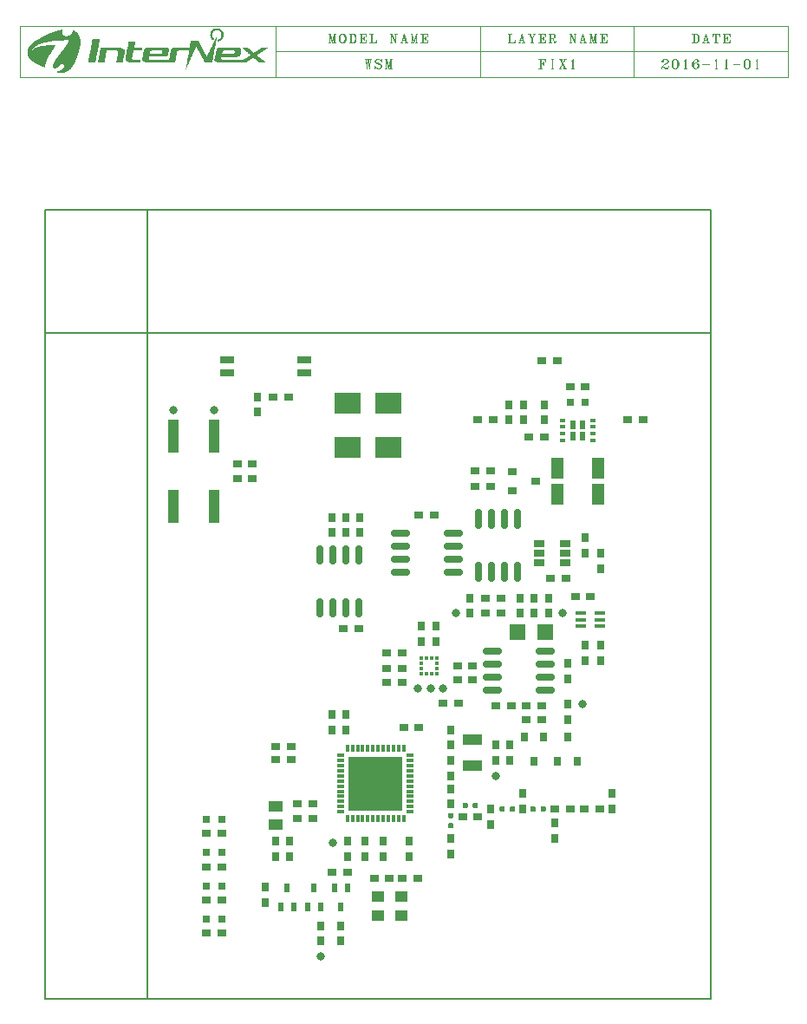
<source format=gbr>
%MOMM*%
%FSLAX33Y33*%
%ADD10C,0.200000*%
%ADD15C,0.100000*%
%ADD154R,0.900000X0.800000*%
%ADD155R,0.800000X0.800000*%
%ADD156R,1.000000X3.200000*%
%ADD157C,0.800000*%
%ADD158R,1.397000X0.762000*%
%ADD159R,0.800000X0.900000*%
%ADD160R,0.508000X0.889000*%
%ADD161R,1.450000X1.100000*%
%ADD162C,0.635000*%
%ADD163R,1.300000X1.050000*%
%ADD164R,0.800000X0.300000*%
%ADD165R,0.300000X0.800000*%
%ADD166R,5.250000X5.250000*%
%ADD167R,2.540000X2.006600*%
%ADD168R,1.900000X1.100000*%
%ADD169R,0.350000X0.350000*%
%ADD170R,0.787400X0.889000*%
%ADD171R,1.498600X1.600200*%
%ADD172R,1.016000X0.711200*%
%ADD173R,0.889000X0.787400*%
%ADD174R,1.300000X2.000000*%
%ADD176R,0.600000X0.325000*%
%ADD177R,0.990600X0.406400*%
%ADD201R,0.625000X0.875000*%
G90*G71*G01*D02*G54D10*X000000Y000000D02*X065000Y000000D01*X065000Y077000D01*
X000000Y077000D01*X000000Y000000D01*X065000Y065000D02*X010000Y065000D01*
X010000Y000000D01*X010000Y065000D02*X010000Y077000D01*X010000Y065000D02*
X000000Y065000D01*D02*G54D15*X022500Y095000D02*X-002500Y095000D01*
X-002500Y090000D01*X022500Y090000D01*X022500Y092500D02*X072500Y092500D01*
X031260Y091735D02*X031377Y090826D01*X031292Y091735D02*X031377Y091038D01*
X031377Y090826D01*X031318Y091735D02*X031409Y091038D01*X031500Y091735D02*
X031409Y091038D01*X031377Y090826D01*X031500Y091735D02*X031617Y090826D01*
X031526Y091735D02*X031617Y091038D01*X031617Y090826D01*X031559Y091735D02*
X031643Y091038D01*X031734Y091705D02*X031643Y091038D01*X031617Y090826D01*
X031175Y091735D02*X031409Y091735D01*X031500Y091735D02*X031559Y091735D01*
X031643Y091735D02*X031825Y091735D01*X031201Y091735D02*X031292Y091705D01*
X031234Y091735D02*X031292Y091659D01*X031351Y091735D02*X031318Y091659D01*
X031377Y091735D02*X031318Y091705D01*X031676Y091735D02*X031734Y091705D01*
X031793Y091735D02*X031734Y091705D01*X032773Y091614D02*X032825Y091735D01*
X032825Y091477D01*X032773Y091614D01*X032682Y091705D01*X032539Y091735D01*
X032403Y091735D01*X032266Y091705D01*X032175Y091614D01*X032175Y091477D01*
X032221Y091402D01*X032357Y091311D01*X032636Y091220D01*X032728Y091174D01*
X032773Y091083D01*X032773Y090962D01*X032728Y090871D01*X032221Y091477D02*
X032266Y091402D01*X032357Y091356D01*X032636Y091265D01*X032728Y091220D01*
X032773Y091129D01*X032266Y091705D02*X032221Y091614D01*X032221Y091523D01*
X032266Y091432D01*X032357Y091402D01*X032636Y091311D01*X032773Y091220D01*
X032825Y091129D01*X032825Y091008D01*X032773Y090917D01*X032728Y090871D01*
X032591Y090826D01*X032448Y090826D01*X032312Y090871D01*X032221Y090962D01*
X032175Y091083D01*X032175Y090826D01*X032221Y090962D01*X033260Y091735D02*
X033260Y090871D01*X033260Y091735D02*X033468Y090826D01*X033292Y091735D02*
X033468Y090962D01*X033318Y091735D02*X033494Y090962D01*X033676Y091735D02*
X033468Y090826D01*X033676Y091735D02*X033676Y090826D01*X033702Y091705D02*
X033702Y090871D01*X033734Y091735D02*X033734Y090826D01*X033175Y091735D02*
X033318Y091735D01*X033676Y091735D02*X033825Y091735D01*X033175Y090826D02*
X033351Y090826D01*X033585Y090826D02*X033825Y090826D01*X033201Y091735D02*
X033260Y091705D01*X033760Y091735D02*X033734Y091659D01*X033793Y091735D02*
X033734Y091705D01*X033260Y090871D02*X033201Y090826D01*X033260Y090871D02*
X033318Y090826D01*X033676Y090871D02*X033617Y090826D01*X033676Y090917D02*
X033643Y090826D01*X033734Y090917D02*X033760Y090826D01*X033734Y090871D02*
X033793Y090826D01*X027760Y094235D02*X027760Y093371D01*X027760Y094235D02*
X027968Y093326D01*X027792Y094235D02*X027968Y093462D01*X027818Y094235D02*
X027994Y093462D01*X028176Y094235D02*X027968Y093326D01*X028176Y094235D02*
X028176Y093326D01*X028202Y094205D02*X028202Y093371D01*X028234Y094235D02*
X028234Y093326D01*X027675Y094235D02*X027818Y094235D01*X028176Y094235D02*
X028325Y094235D01*X027675Y093326D02*X027851Y093326D01*X028085Y093326D02*
X028325Y093326D01*X027701Y094235D02*X027760Y094205D01*X028260Y094235D02*
X028234Y094159D01*X028293Y094235D02*X028234Y094205D01*X027760Y093371D02*
X027701Y093326D01*X027760Y093371D02*X027818Y093326D01*X028176Y093371D02*
X028117Y093326D01*X028176Y093417D02*X028143Y093326D01*X028234Y093417D02*
X028260Y093326D01*X028234Y093371D02*X028293Y093326D01*X028955Y094235D02*
X028838Y094205D01*X028753Y094114D01*X028714Y094023D01*X028675Y093856D01*
X028675Y093720D01*X028714Y093538D01*X028753Y093462D01*X028838Y093371D01*
X028955Y093326D01*X029039Y093326D01*X029163Y093371D01*X029241Y093462D01*
X029280Y093538D01*X029325Y093720D01*X029325Y093856D01*X029280Y094023D01*
X029241Y094114D01*X029163Y094205D01*X029039Y094235D01*X028955Y094235D01*
X028792Y094114D02*X028753Y094023D01*X028714Y093902D01*X028714Y093674D01*
X028753Y093538D01*X028792Y093462D01*X029202Y093462D02*X029241Y093538D01*
X029280Y093674D01*X029280Y093902D01*X029241Y094023D01*X029202Y094114D01*
X028955Y094235D02*X028877Y094205D01*X028792Y094068D01*X028753Y093902D01*
X028753Y093674D01*X028792Y093508D01*X028877Y093371D01*X028955Y093326D01*
X029039Y093326D02*X029117Y093371D01*X029202Y093508D01*X029241Y093674D01*
X029241Y093902D01*X029202Y094068D01*X029117Y094205D01*X029039Y094235D01*
X029786Y094235D02*X029786Y093326D01*X029825Y094205D02*X029825Y093371D01*
X029864Y094235D02*X029864Y093326D01*X029675Y094235D02*X030052Y094235D01*
X030169Y094205D01*X030247Y094114D01*X030286Y094023D01*X030325Y093902D01*
X030325Y093674D01*X030286Y093538D01*X030247Y093462D01*X030169Y093371D01*
X030052Y093326D01*X029675Y093326D01*X030208Y094114D02*X030247Y094023D01*
X030286Y093902D01*X030286Y093674D01*X030247Y093538D01*X030208Y093462D01*
X030052Y094235D02*X030130Y094205D01*X030208Y094068D01*X030247Y093902D01*
X030247Y093674D01*X030208Y093508D01*X030130Y093371D01*X030052Y093326D01*
X029708Y094235D02*X029786Y094205D01*X029747Y094235D02*X029786Y094159D01*
X029903Y094235D02*X029864Y094159D01*X029942Y094235D02*X029864Y094205D01*
X029786Y093371D02*X029708Y093326D01*X029786Y093417D02*X029747Y093326D01*
X029864Y093417D02*X029903Y093326D01*X029864Y093371D02*X029942Y093326D01*
X030792Y094235D02*X030792Y093326D01*X030831Y094205D02*X030831Y093371D01*
X030877Y094235D02*X030877Y093326D01*X030675Y094235D02*X031325Y094235D01*
X031325Y093977D01*X030877Y093811D02*X031117Y093811D01*X031117Y093977D02*
X031117Y093629D01*X030675Y093326D02*X031325Y093326D01*X031325Y093583D01*
X030714Y094235D02*X030792Y094205D01*X030753Y094235D02*X030792Y094159D01*
X030916Y094235D02*X030877Y094159D01*X030955Y094235D02*X030877Y094205D01*
X031117Y094235D02*X031325Y094205D01*X031202Y094235D02*X031325Y094159D01*
X031241Y094235D02*X031325Y094114D01*X031280Y094235D02*X031325Y093977D01*
X031117Y093977D02*X031078Y093811D01*X031117Y093629D01*X031117Y093902D02*
X031039Y093811D01*X031117Y093720D01*X031117Y093856D02*X030955Y093811D01*
X031117Y093765D01*X030792Y093371D02*X030714Y093326D01*X030792Y093417D02*
X030753Y093326D01*X030877Y093417D02*X030916Y093326D01*X030877Y093371D02*
X030955Y093326D01*X031117Y093326D02*X031325Y093371D01*X031202Y093326D02*
X031325Y093417D01*X031241Y093326D02*X031325Y093462D01*X031280Y093326D02*
X031325Y093583D01*X031805Y094235D02*X031805Y093326D01*X031844Y094205D02*
X031844Y093371D01*X031890Y094235D02*X031890Y093326D01*X031675Y094235D02*
X032020Y094235D01*X031675Y093326D02*X032325Y093326D01*X032325Y093583D01*
X031714Y094235D02*X031805Y094205D01*X031760Y094235D02*X031805Y094159D01*
X031935Y094235D02*X031890Y094159D01*X031974Y094235D02*X031890Y094205D01*
X031805Y093371D02*X031714Y093326D01*X031805Y093417D02*X031760Y093326D01*
X031890Y093417D02*X031935Y093326D01*X031890Y093371D02*X031974Y093326D01*
X032104Y093326D02*X032325Y093371D01*X032188Y093326D02*X032325Y093417D01*
X032234Y093326D02*X032325Y093462D01*X032280Y093326D02*X032325Y093583D01*
X033766Y094235D02*X033766Y093371D01*X033766Y094235D02*X034221Y093326D01*
X033805Y094235D02*X034189Y093462D01*X033831Y094235D02*X034221Y093462D01*
X034221Y094205D02*X034221Y093326D01*X033675Y094235D02*X033831Y094235D01*
X034130Y094235D02*X034325Y094235D01*X033675Y093326D02*X033864Y093326D01*
X033701Y094235D02*X033766Y094205D01*X034163Y094235D02*X034221Y094205D01*
X034293Y094235D02*X034221Y094205D01*X033766Y093371D02*X033701Y093326D01*
X033766Y093371D02*X033831Y093326D01*X035000Y094235D02*X034747Y093371D01*
X034961Y094114D02*X035176Y093326D01*X035000Y094114D02*X035215Y093326D01*
X035000Y094235D02*X035247Y093326D01*X034818Y093583D02*X035143Y093583D01*
X034675Y093326D02*X034890Y093326D01*X035072Y093326D02*X035325Y093326D01*
X034747Y093371D02*X034708Y093326D01*X034747Y093371D02*X034818Y093326D01*
X035176Y093371D02*X035104Y093326D01*X035176Y093417D02*X035143Y093326D01*
X035215Y093417D02*X035286Y093326D01*X035760Y094235D02*X035760Y093371D01*
X035760Y094235D02*X035968Y093326D01*X035792Y094235D02*X035968Y093462D01*
X035818Y094235D02*X035994Y093462D01*X036176Y094235D02*X035968Y093326D01*
X036176Y094235D02*X036176Y093326D01*X036202Y094205D02*X036202Y093371D01*
X036234Y094235D02*X036234Y093326D01*X035675Y094235D02*X035818Y094235D01*
X036176Y094235D02*X036325Y094235D01*X035675Y093326D02*X035851Y093326D01*
X036085Y093326D02*X036325Y093326D01*X035701Y094235D02*X035760Y094205D01*
X036260Y094235D02*X036234Y094159D01*X036293Y094235D02*X036234Y094205D01*
X035760Y093371D02*X035701Y093326D01*X035760Y093371D02*X035818Y093326D01*
X036176Y093371D02*X036117Y093326D01*X036176Y093417D02*X036143Y093326D01*
X036234Y093417D02*X036260Y093326D01*X036234Y093371D02*X036293Y093326D01*
X036792Y094235D02*X036792Y093326D01*X036831Y094205D02*X036831Y093371D01*
X036877Y094235D02*X036877Y093326D01*X036675Y094235D02*X037325Y094235D01*
X037325Y093977D01*X036877Y093811D02*X037117Y093811D01*X037117Y093977D02*
X037117Y093629D01*X036675Y093326D02*X037325Y093326D01*X037325Y093583D01*
X036714Y094235D02*X036792Y094205D01*X036753Y094235D02*X036792Y094159D01*
X036916Y094235D02*X036877Y094159D01*X036955Y094235D02*X036877Y094205D01*
X037117Y094235D02*X037325Y094205D01*X037202Y094235D02*X037325Y094159D01*
X037241Y094235D02*X037325Y094114D01*X037280Y094235D02*X037325Y093977D01*
X037117Y093977D02*X037078Y093811D01*X037117Y093629D01*X037117Y093902D02*
X037039Y093811D01*X037117Y093720D01*X037117Y093856D02*X036955Y093811D01*
X037117Y093765D01*X036792Y093371D02*X036714Y093326D01*X036792Y093417D02*
X036753Y093326D01*X036877Y093417D02*X036916Y093326D01*X036877Y093371D02*
X036955Y093326D01*X037117Y093326D02*X037325Y093371D01*X037202Y093326D02*
X037325Y093417D01*X037241Y093326D02*X037325Y093462D01*X037280Y093326D02*
X037325Y093583D01*X045305Y094235D02*X045305Y093326D01*X045344Y094205D02*
X045344Y093371D01*X045390Y094235D02*X045390Y093326D01*X045175Y094235D02*
X045520Y094235D01*X045175Y093326D02*X045825Y093326D01*X045825Y093583D01*
X045214Y094235D02*X045305Y094205D01*X045260Y094235D02*X045305Y094159D01*
X045435Y094235D02*X045390Y094159D01*X045474Y094235D02*X045390Y094205D01*
X045305Y093371D02*X045214Y093326D01*X045305Y093417D02*X045260Y093326D01*
X045390Y093417D02*X045435Y093326D01*X045390Y093371D02*X045474Y093326D01*
X045604Y093326D02*X045825Y093371D01*X045689Y093326D02*X045825Y093417D01*
X045734Y093326D02*X045825Y093462D01*X045780Y093326D02*X045825Y093583D01*
X046500Y094235D02*X046247Y093371D01*X046461Y094114D02*X046676Y093326D01*
X046500Y094114D02*X046715Y093326D01*X046500Y094235D02*X046747Y093326D01*
X046318Y093583D02*X046643Y093583D01*X046175Y093326D02*X046390Y093326D01*
X046572Y093326D02*X046825Y093326D01*X046247Y093371D02*X046208Y093326D01*
X046247Y093371D02*X046318Y093326D01*X046676Y093371D02*X046604Y093326D01*
X046676Y093417D02*X046643Y093326D01*X046715Y093417D02*X046786Y093326D01*
X047240Y094235D02*X047461Y093765D01*X047461Y093326D01*X047273Y094235D02*
X047494Y093765D01*X047494Y093371D01*X047299Y094235D02*X047533Y093765D01*
X047533Y093326D01*X047721Y094205D02*X047533Y093765D01*X047175Y094235D02*
X047403Y094235D01*X047624Y094235D02*X047825Y094235D01*X047370Y093326D02*
X047624Y093326D01*X047208Y094235D02*X047273Y094205D01*X047370Y094235D02*
X047299Y094205D01*X047663Y094235D02*X047721Y094205D01*X047786Y094235D02*
X047721Y094205D01*X047461Y093371D02*X047403Y093326D01*X047461Y093417D02*
X047429Y093326D01*X047533Y093417D02*X047559Y093326D01*X047533Y093371D02*
X047591Y093326D01*X048292Y094235D02*X048292Y093326D01*X048331Y094205D02*
X048331Y093371D01*X048377Y094235D02*X048377Y093326D01*X048175Y094235D02*
X048825Y094235D01*X048825Y093977D01*X048377Y093811D02*X048617Y093811D01*
X048617Y093977D02*X048617Y093629D01*X048175Y093326D02*X048825Y093326D01*
X048825Y093583D01*X048214Y094235D02*X048292Y094205D01*X048253Y094235D02*
X048292Y094159D01*X048416Y094235D02*X048377Y094159D01*X048455Y094235D02*
X048377Y094205D01*X048617Y094235D02*X048825Y094205D01*X048702Y094235D02*
X048825Y094159D01*X048741Y094235D02*X048825Y094114D01*X048780Y094235D02*
X048825Y093977D01*X048617Y093977D02*X048578Y093811D01*X048617Y093629D01*
X048617Y093902D02*X048539Y093811D01*X048617Y093720D01*X048617Y093856D02*
X048455Y093811D01*X048617Y093765D01*X048292Y093371D02*X048214Y093326D01*
X048292Y093417D02*X048253Y093326D01*X048377Y093417D02*X048416Y093326D01*
X048377Y093371D02*X048455Y093326D01*X048617Y093326D02*X048825Y093371D01*
X048702Y093326D02*X048825Y093417D01*X048741Y093326D02*X048825Y093462D01*
X048780Y093326D02*X048825Y093583D01*X049279Y094235D02*X049279Y093326D01*
X049318Y094205D02*X049318Y093371D01*X049351Y094235D02*X049351Y093326D01*
X049175Y094235D02*X049604Y094235D01*X049715Y094205D01*X049747Y094159D01*
X049786Y094068D01*X049786Y093977D01*X049747Y093902D01*X049715Y093856D01*
X049604Y093811D01*X049351Y093811D01*X049715Y094159D02*X049747Y094068D01*
X049747Y093977D01*X049715Y093902D01*X049604Y094235D02*X049676Y094205D01*
X049715Y094114D01*X049715Y093932D01*X049676Y093856D01*X049604Y093811D01*
X049494Y093811D02*X049572Y093765D01*X049604Y093674D01*X049676Y093417D01*
X049715Y093326D01*X049786Y093326D01*X049825Y093417D01*X049825Y093508D01*
X049676Y093508D02*X049715Y093417D01*X049747Y093371D01*X049786Y093371D01*
X049572Y093765D02*X049604Y093720D01*X049715Y093462D01*X049747Y093417D01*
X049786Y093417D01*X049825Y093462D01*X049175Y093326D02*X049461Y093326D01*
X049208Y094235D02*X049279Y094205D01*X049247Y094235D02*X049279Y094159D01*
X049390Y094235D02*X049351Y094159D01*X049422Y094235D02*X049351Y094205D01*
X049279Y093371D02*X049208Y093326D01*X049279Y093417D02*X049247Y093326D01*
X049351Y093417D02*X049390Y093326D01*X049351Y093371D02*X049422Y093326D01*
X051266Y094235D02*X051266Y093371D01*X051266Y094235D02*X051721Y093326D01*
X051305Y094235D02*X051689Y093462D01*X051331Y094235D02*X051721Y093462D01*
X051721Y094205D02*X051721Y093326D01*X051175Y094235D02*X051331Y094235D01*
X051630Y094235D02*X051825Y094235D01*X051175Y093326D02*X051364Y093326D01*
X051201Y094235D02*X051266Y094205D01*X051663Y094235D02*X051721Y094205D01*
X051793Y094235D02*X051721Y094205D01*X051266Y093371D02*X051201Y093326D01*
X051266Y093371D02*X051331Y093326D01*X052500Y094235D02*X052247Y093371D01*
X052461Y094114D02*X052676Y093326D01*X052500Y094114D02*X052715Y093326D01*
X052500Y094235D02*X052747Y093326D01*X052318Y093583D02*X052643Y093583D01*
X052175Y093326D02*X052390Y093326D01*X052572Y093326D02*X052825Y093326D01*
X052247Y093371D02*X052208Y093326D01*X052247Y093371D02*X052318Y093326D01*
X052676Y093371D02*X052604Y093326D01*X052676Y093417D02*X052643Y093326D01*
X052715Y093417D02*X052786Y093326D01*X053260Y094235D02*X053260Y093371D01*
X053260Y094235D02*X053468Y093326D01*X053292Y094235D02*X053468Y093462D01*
X053318Y094235D02*X053494Y093462D01*X053676Y094235D02*X053468Y093326D01*
X053676Y094235D02*X053676Y093326D01*X053702Y094205D02*X053702Y093371D01*
X053734Y094235D02*X053734Y093326D01*X053175Y094235D02*X053318Y094235D01*
X053676Y094235D02*X053825Y094235D01*X053175Y093326D02*X053351Y093326D01*
X053585Y093326D02*X053825Y093326D01*X053201Y094235D02*X053260Y094205D01*
X053760Y094235D02*X053734Y094159D01*X053793Y094235D02*X053734Y094205D01*
X053260Y093371D02*X053201Y093326D01*X053260Y093371D02*X053318Y093326D01*
X053676Y093371D02*X053617Y093326D01*X053676Y093417D02*X053643Y093326D01*
X053734Y093417D02*X053760Y093326D01*X053734Y093371D02*X053793Y093326D01*
X054292Y094235D02*X054292Y093326D01*X054331Y094205D02*X054331Y093371D01*
X054377Y094235D02*X054377Y093326D01*X054175Y094235D02*X054825Y094235D01*
X054825Y093977D01*X054377Y093811D02*X054617Y093811D01*X054617Y093977D02*
X054617Y093629D01*X054175Y093326D02*X054825Y093326D01*X054825Y093583D01*
X054214Y094235D02*X054292Y094205D01*X054253Y094235D02*X054292Y094159D01*
X054416Y094235D02*X054377Y094159D01*X054455Y094235D02*X054377Y094205D01*
X054617Y094235D02*X054825Y094205D01*X054702Y094235D02*X054825Y094159D01*
X054741Y094235D02*X054825Y094114D01*X054780Y094235D02*X054825Y093977D01*
X054617Y093977D02*X054578Y093811D01*X054617Y093629D01*X054617Y093902D02*
X054539Y093811D01*X054617Y093720D01*X054617Y093856D02*X054455Y093811D01*
X054617Y093765D01*X054292Y093371D02*X054214Y093326D01*X054292Y093417D02*
X054253Y093326D01*X054377Y093417D02*X054416Y093326D01*X054377Y093371D02*
X054455Y093326D01*X054617Y093326D02*X054825Y093371D01*X054702Y093326D02*
X054825Y093417D01*X054741Y093326D02*X054825Y093462D01*X054780Y093326D02*
X054825Y093583D01*X042500Y095000D02*X042500Y090000D01*X022500Y095000D02*
X072500Y095000D01*X072500Y090000D02*X022500Y090000D01*X022500Y095000D02*
X022500Y090000D01*X072500Y095000D02*X072500Y090000D01*X057500Y095000D02*
X057500Y090000D01*X063286Y094235D02*X063286Y093326D01*X063325Y094205D02*
X063325Y093371D01*X063364Y094235D02*X063364Y093326D01*X063175Y094235D02*
X063552Y094235D01*X063669Y094205D01*X063747Y094114D01*X063786Y094023D01*
X063825Y093902D01*X063825Y093674D01*X063786Y093538D01*X063747Y093462D01*
X063669Y093371D01*X063552Y093326D01*X063175Y093326D01*X063708Y094114D02*
X063747Y094023D01*X063786Y093902D01*X063786Y093674D01*X063747Y093538D01*
X063708Y093462D01*X063552Y094235D02*X063630Y094205D01*X063708Y094068D01*
X063747Y093902D01*X063747Y093674D01*X063708Y093508D01*X063630Y093371D01*
X063552Y093326D01*X063208Y094235D02*X063286Y094205D01*X063247Y094235D02*
X063286Y094159D01*X063403Y094235D02*X063364Y094159D01*X063442Y094235D02*
X063364Y094205D01*X063286Y093371D02*X063208Y093326D01*X063286Y093417D02*
X063247Y093326D01*X063364Y093417D02*X063403Y093326D01*X063364Y093371D02*
X063442Y093326D01*X064500Y094235D02*X064247Y093371D01*X064461Y094114D02*
X064676Y093326D01*X064500Y094114D02*X064715Y093326D01*X064500Y094235D02*
X064747Y093326D01*X064318Y093583D02*X064643Y093583D01*X064175Y093326D02*
X064390Y093326D01*X064572Y093326D02*X064825Y093326D01*X064247Y093371D02*
X064207Y093326D01*X064247Y093371D02*X064318Y093326D01*X064676Y093371D02*
X064604Y093326D01*X064676Y093417D02*X064643Y093326D01*X064715Y093417D02*
X064786Y093326D01*X065175Y094235D02*X065175Y093977D01*X065454Y094235D02*
X065454Y093326D01*X065500Y094205D02*X065500Y093371D01*X065539Y094235D02*
X065539Y093326D01*X065825Y094235D02*X065825Y093977D01*X065175Y094235D02*
X065825Y094235D01*X065338Y093326D02*X065656Y093326D01*X065214Y094235D02*
X065175Y093977D01*X065253Y094235D02*X065175Y094114D01*X065292Y094235D02*
X065175Y094159D01*X065376Y094235D02*X065175Y094205D01*X065617Y094235D02*
X065825Y094205D01*X065702Y094235D02*X065825Y094159D01*X065741Y094235D02*
X065825Y094114D01*X065780Y094235D02*X065825Y093977D01*X065454Y093371D02*
X065376Y093326D01*X065454Y093417D02*X065415Y093326D01*X065539Y093417D02*
X065578Y093326D01*X065539Y093371D02*X065617Y093326D01*X066292Y094235D02*
X066292Y093326D01*X066331Y094205D02*X066331Y093371D01*X066377Y094235D02*
X066377Y093326D01*X066175Y094235D02*X066825Y094235D01*X066825Y093977D01*
X066377Y093811D02*X066617Y093811D01*X066617Y093977D02*X066617Y093629D01*
X066175Y093326D02*X066825Y093326D01*X066825Y093583D01*X066214Y094235D02*
X066292Y094205D01*X066253Y094235D02*X066292Y094159D01*X066416Y094235D02*
X066377Y094159D01*X066455Y094235D02*X066377Y094205D01*X066617Y094235D02*
X066825Y094205D01*X066702Y094235D02*X066825Y094159D01*X066741Y094235D02*
X066825Y094114D01*X066780Y094235D02*X066825Y093977D01*X066617Y093977D02*
X066578Y093811D01*X066617Y093629D01*X066617Y093902D02*X066539Y093811D01*
X066617Y093720D01*X066617Y093856D02*X066455Y093811D01*X066617Y093765D01*
X066292Y093371D02*X066214Y093326D01*X066292Y093417D02*X066253Y093326D01*
X066377Y093417D02*X066416Y093326D01*X066377Y093371D02*X066455Y093326D01*
X066617Y093326D02*X066825Y093371D01*X066702Y093326D02*X066825Y093417D01*
X066741Y093326D02*X066825Y093462D01*X066780Y093326D02*X066825Y093583D01*
X060221Y091568D02*X060221Y091523D01*X060266Y091523D01*X060266Y091568D01*
X060221Y091568D01*X060221Y091614D02*X060266Y091614D01*X060312Y091568D01*
X060312Y091523D01*X060266Y091477D01*X060221Y091477D01*X060175Y091523D01*
X060175Y091568D01*X060221Y091659D01*X060266Y091705D01*X060403Y091735D01*
X060591Y091735D01*X060728Y091705D01*X060773Y091659D01*X060825Y091568D01*
X060825Y091477D01*X060773Y091402D01*X060637Y091311D01*X060403Y091220D01*
X060312Y091174D01*X060221Y091083D01*X060175Y090962D01*X060175Y090826D01*
X060728Y091659D02*X060773Y091568D01*X060773Y091477D01*X060728Y091402D01*
X060591Y091735D02*X060682Y091705D01*X060728Y091568D01*X060728Y091477D01*
X060682Y091402D01*X060591Y091311D01*X060403Y091220D01*X060175Y090917D02*
X060221Y090962D01*X060312Y090962D01*X060539Y090917D01*X060728Y090917D01*
X060825Y090962D01*X060312Y090962D02*X060539Y090871D01*X060728Y090871D01*
X060773Y090917D01*X060312Y090962D02*X060539Y090826D01*X060728Y090826D01*
X060773Y090871D01*X060825Y090962D01*X060825Y091038D01*X061448Y091735D02*
X061312Y091705D01*X061221Y091568D01*X061175Y091356D01*X061175Y091220D01*
X061221Y091008D01*X061312Y090871D01*X061448Y090826D01*X061546Y090826D01*
X061682Y090871D01*X061773Y091008D01*X061825Y091220D01*X061825Y091356D01*
X061773Y091568D01*X061682Y091705D01*X061546Y091735D01*X061448Y091735D01*
X061312Y091659D02*X061266Y091568D01*X061221Y091402D01*X061221Y091174D01*
X061266Y091008D01*X061312Y090917D01*X061682Y090917D02*X061728Y091008D01*
X061773Y091174D01*X061773Y091402D01*X061728Y091568D01*X061682Y091659D01*
X061448Y091735D02*X061357Y091705D01*X061312Y091614D01*X061266Y091402D01*
X061266Y091174D01*X061312Y090962D01*X061357Y090871D01*X061448Y090826D01*
X061546Y090826D02*X061637Y090871D01*X061682Y090962D01*X061728Y091174D01*
X061728Y091402D01*X061682Y091614D01*X061637Y091705D01*X061546Y091735D01*
X062468Y091659D02*X062468Y090826D01*X062494Y091659D02*X062494Y090871D01*
X062513Y091735D02*X062513Y090826D01*X062513Y091735D02*X062448Y091614D01*
X062409Y091568D01*X062390Y090826D02*X062598Y090826D01*X062468Y090871D02*
X062429Y090826D01*X062468Y090917D02*X062448Y090826D01*X062513Y090917D02*
X062533Y090826D01*X062513Y090871D02*X062552Y090826D01*X063682Y091614D02*
X063682Y091568D01*X063728Y091568D01*X063728Y091614D01*X063682Y091614D01*
X063728Y091659D02*X063682Y091659D01*X063637Y091614D01*X063637Y091568D01*
X063682Y091523D01*X063728Y091523D01*X063773Y091568D01*X063773Y091614D01*
X063728Y091705D01*X063637Y091735D01*X063500Y091735D01*X063357Y091705D01*
X063266Y091614D01*X063221Y091523D01*X063175Y091356D01*X063175Y091083D01*
X063221Y090962D01*X063312Y090871D01*X063448Y090826D01*X063546Y090826D01*
X063682Y090871D01*X063773Y090962D01*X063825Y091083D01*X063825Y091129D01*
X063773Y091265D01*X063682Y091356D01*X063546Y091402D01*X063448Y091402D01*
X063357Y091356D01*X063312Y091311D01*X063266Y091220D01*X063312Y091614D02*
X063266Y091523D01*X063221Y091356D01*X063221Y091083D01*X063266Y090962D01*
X063312Y090917D01*X063728Y090962D02*X063773Y091038D01*X063773Y091174D01*
X063728Y091265D01*X063500Y091735D02*X063403Y091705D01*X063357Y091659D01*
X063312Y091568D01*X063266Y091402D01*X063266Y091083D01*X063312Y090962D01*
X063357Y090871D01*X063448Y090826D01*X063546Y090826D02*X063637Y090871D01*
X063682Y090917D01*X063728Y091038D01*X063728Y091174D01*X063682Y091311D01*
X063637Y091356D01*X063546Y091402D01*X064175Y091265D02*X064825Y091265D01*
X064825Y091220D01*X064175Y091265D02*X064175Y091220D01*X064825Y091220D01*
X065468Y091659D02*X065468Y090826D01*X065494Y091659D02*X065494Y090871D01*
X065513Y091735D02*X065513Y090826D01*X065513Y091735D02*X065448Y091614D01*
X065409Y091568D01*X065390Y090826D02*X065598Y090826D01*X065468Y090871D02*
X065429Y090826D01*X065468Y090917D02*X065448Y090826D01*X065513Y090917D02*
X065533Y090826D01*X065513Y090871D02*X065552Y090826D01*X066468Y091659D02*
X066468Y090826D01*X066494Y091659D02*X066494Y090871D01*X066513Y091735D02*
X066513Y090826D01*X066513Y091735D02*X066448Y091614D01*X066409Y091568D01*
X066390Y090826D02*X066598Y090826D01*X066468Y090871D02*X066429Y090826D01*
X066468Y090917D02*X066448Y090826D01*X066513Y090917D02*X066533Y090826D01*
X066513Y090871D02*X066552Y090826D01*X067175Y091265D02*X067825Y091265D01*
X067825Y091220D01*X067175Y091265D02*X067175Y091220D01*X067825Y091220D01*
X068448Y091735D02*X068312Y091705D01*X068221Y091568D01*X068175Y091356D01*
X068175Y091220D01*X068221Y091008D01*X068312Y090871D01*X068448Y090826D01*
X068546Y090826D01*X068682Y090871D01*X068773Y091008D01*X068825Y091220D01*
X068825Y091356D01*X068773Y091568D01*X068682Y091705D01*X068546Y091735D01*
X068448Y091735D01*X068312Y091659D02*X068266Y091568D01*X068221Y091402D01*
X068221Y091174D01*X068266Y091008D01*X068312Y090917D01*X068682Y090917D02*
X068728Y091008D01*X068773Y091174D01*X068773Y091402D01*X068728Y091568D01*
X068682Y091659D01*X068448Y091735D02*X068357Y091705D01*X068312Y091614D01*
X068266Y091402D01*X068266Y091174D01*X068312Y090962D01*X068357Y090871D01*
X068448Y090826D01*X068546Y090826D02*X068637Y090871D01*X068682Y090962D01*
X068728Y091174D01*X068728Y091402D01*X068682Y091614D01*X068637Y091705D01*
X068546Y091735D01*X069468Y091659D02*X069468Y090826D01*X069494Y091659D02*
X069494Y090871D01*X069513Y091735D02*X069513Y090826D01*X069513Y091735D02*
X069448Y091614D01*X069409Y091568D01*X069390Y090826D02*X069598Y090826D01*
X069468Y090871D02*X069429Y090826D01*X069468Y090917D02*X069448Y090826D01*
X069513Y090917D02*X069533Y090826D01*X069513Y090871D02*X069552Y090826D01*
X048292Y091735D02*X048292Y090826D01*X048338Y091705D02*X048338Y090871D01*
X048377Y091735D02*X048377Y090826D01*X048175Y091735D02*X048825Y091735D01*
X048825Y091477D01*X048377Y091311D02*X048617Y091311D01*X048617Y091477D02*
X048617Y091129D01*X048175Y090826D02*X048500Y090826D01*X048214Y091735D02*
X048292Y091705D01*X048253Y091735D02*X048292Y091659D01*X048416Y091735D02*
X048377Y091659D01*X048455Y091735D02*X048377Y091705D01*X048617Y091735D02*
X048825Y091705D01*X048702Y091735D02*X048825Y091659D01*X048741Y091735D02*
X048825Y091614D01*X048780Y091735D02*X048825Y091477D01*X048617Y091477D02*
X048578Y091311D01*X048617Y091129D01*X048617Y091402D02*X048539Y091311D01*
X048617Y091220D01*X048617Y091356D02*X048455Y091311D01*X048617Y091265D01*
X048292Y090871D02*X048214Y090826D01*X048292Y090917D02*X048253Y090826D01*
X048377Y090917D02*X048416Y090826D01*X048377Y090871D02*X048455Y090826D01*
X049474Y091735D02*X049474Y090826D01*X049494Y091705D02*X049494Y090871D01*
X049520Y091735D02*X049520Y090826D01*X049416Y091735D02*X049578Y091735D01*
X049416Y090826D02*X049578Y090826D01*X049435Y091735D02*X049474Y091705D01*
X049455Y091735D02*X049474Y091659D01*X049539Y091735D02*X049520Y091659D01*
X049559Y091735D02*X049520Y091705D01*X049474Y090871D02*X049435Y090826D01*
X049474Y090917D02*X049455Y090826D01*X049520Y090917D02*X049539Y090826D01*
X049520Y090871D02*X049559Y090826D01*X050247Y091735D02*X050676Y090826D01*
X050279Y091735D02*X050715Y090826D01*X050318Y091735D02*X050747Y090826D01*
X050715Y091705D02*X050279Y090871D01*X050175Y091735D02*X050422Y091735D01*
X050604Y091735D02*X050825Y091735D01*X050175Y090826D02*X050390Y090826D01*
X050572Y090826D02*X050825Y090826D01*X050208Y091735D02*X050318Y091659D01*
X050351Y091735D02*X050318Y091659D01*X050390Y091735D02*X050318Y091705D01*
X050643Y091735D02*X050715Y091705D01*X050786Y091735D02*X050715Y091705D01*
X050279Y090871D02*X050208Y090826D01*X050279Y090871D02*X050351Y090826D01*
X050676Y090871D02*X050604Y090826D01*X050676Y090917D02*X050643Y090826D01*
X050676Y090917D02*X050786Y090826D01*X051468Y091659D02*X051468Y090826D01*
X051494Y091659D02*X051494Y090871D01*X051513Y091735D02*X051513Y090826D01*
X051513Y091735D02*X051448Y091614D01*X051409Y091568D01*X051390Y090826D02*
X051598Y090826D01*X051468Y090871D02*X051429Y090826D01*X051468Y090917D02*
X051448Y090826D01*X051513Y090917D02*X051533Y090826D01*X051513Y090871D02*
X051552Y090826D01*X000000Y000000D02*D02*G54D154*X015750Y006375D03*
X017250Y006375D03*X015750Y012875D03*X017250Y012875D03*X015750Y009625D03*
X017250Y009625D03*X034875Y011750D03*X033625Y011750D03*X032125Y011750D03*
X028000Y012375D03*X029500Y012375D03*X036375Y011750D03*X015750Y016125D03*
X017250Y016125D03*X026125Y019000D03*X024625Y019000D03*X026125Y017625D03*
X024625Y017625D03*X042250Y017750D03*X040750Y017750D03*X051250Y018500D03*
X049750Y018500D03*X054125Y018500D03*X052625Y018500D03*X024000Y024625D03*
X022500Y024625D03*X024000Y023375D03*X022500Y023375D03*X035000Y026500D03*
X036500Y026500D03*X040375Y028875D03*X038875Y028875D03*X048500Y027250D03*
X047000Y027250D03*X048500Y028625D03*X047000Y028625D03*X044000Y028625D03*
X045500Y028625D03*X034875Y033750D03*X033375Y033750D03*X034875Y032250D03*
X033375Y032250D03*X029125Y036125D03*X030625Y036125D03*X034875Y030875D03*
X033375Y030875D03*X040250Y032500D03*X041750Y032500D03*X041750Y031125D03*
X040250Y031125D03*X043000Y039125D03*X043000Y037625D03*X051750Y039250D03*
X044500Y039125D03*X049375Y041000D03*X050875Y041000D03*X044500Y037625D03*
X053250Y039250D03*X038000Y047250D03*X036500Y047250D03*X018750Y050750D03*
X018750Y052250D03*X020250Y050750D03*X020250Y052250D03*X042000Y051500D03*
X043500Y051500D03*X042000Y050000D03*X043500Y050000D03*X022250Y058750D03*
X023750Y058750D03*X042250Y056500D03*X043750Y056500D03*X047250Y054875D03*
X048750Y054875D03*X058375Y056500D03*X056875Y056500D03*X048500Y062250D03*
X050000Y062250D03*X051250Y059750D03*X052750Y059750D03*D02*G54D155*
X015750Y011000D03*X017250Y011000D03*X015750Y007750D03*X017250Y007750D03*
X015750Y017500D03*X017250Y017500D03*X015750Y014250D03*X017250Y014250D03*
X051250Y058250D03*X052750Y058250D03*D02*G54D156*X012500Y048100D03*
X016500Y048100D03*X012500Y054900D03*X016500Y054900D03*D02*G54D157*
X026875Y004125D03*X028125Y015250D03*X044000Y021750D03*X037625Y030250D03*
X036375Y030250D03*X038875Y030250D03*X052500Y028750D03*X040125Y037625D03*
X050500Y037625D03*X016500Y057500D03*X012500Y057500D03*D02*G54D158*
X017725Y061115D03*X017725Y062385D03*X025275Y061115D03*X025275Y062385D03*D02*
G54D159*X026875Y005625D03*X026875Y007125D03*X028875Y007125D03*X028875Y005625D03*
X021500Y010875D03*X021500Y009375D03*X023875Y015375D03*X023875Y013875D03*
X022500Y015375D03*X022500Y013875D03*X031250Y015375D03*X031250Y013875D03*
X033000Y015375D03*X033000Y013875D03*X029500Y015375D03*X029500Y013875D03*
X035500Y015375D03*X035500Y013875D03*X043500Y018500D03*X043500Y017000D03*
X039625Y014125D03*X039625Y015625D03*X039625Y019000D03*X049750Y015625D03*
X049750Y017125D03*X046625Y018500D03*X055375Y018500D03*X039625Y020500D03*
X039625Y021750D03*X039625Y023250D03*X039625Y024750D03*X046625Y020000D03*
X045375Y023250D03*X045375Y024750D03*X044000Y024750D03*X044000Y023250D03*
X055375Y020000D03*X029375Y026250D03*X029375Y027750D03*X028000Y027750D03*
X028000Y026250D03*X039625Y026250D03*X051000Y028750D03*X051000Y027250D03*
X036750Y034875D03*X038125Y034875D03*X051000Y031250D03*X051000Y032750D03*
X054250Y034500D03*X054250Y033000D03*X052750Y033000D03*X052750Y034500D03*
X036750Y036375D03*X041500Y037625D03*X041500Y039125D03*X038125Y036375D03*
X046375Y039125D03*X046375Y037625D03*X049125Y039125D03*X049125Y037625D03*
X047750Y037625D03*X047750Y039125D03*X054250Y042000D03*X030750Y047000D03*
X030750Y045500D03*X029375Y047000D03*X029375Y045500D03*X028000Y047000D03*
X028000Y045500D03*X052750Y045000D03*X052750Y043500D03*X054250Y043500D03*
X020750Y058750D03*X020750Y057250D03*X048750Y058000D03*X048750Y056500D03*
X046750Y058000D03*X046750Y056500D03*X045250Y058000D03*X045250Y056500D03*D02*
G54D160*X022975Y008925D03*X024275Y008925D03*X023625Y010825D03*X025600Y008925D03*
X026900Y008925D03*X026250Y010825D03*X029525Y010825D03*X028225Y010825D03*
X028875Y008925D03*D02*G54D161*X022500Y016950D03*X022500Y018800D03*D02*G54D162*
X043071Y030095D02*X044264Y030095D01*X048236Y030095D02*X049429Y030095D01*
X043071Y031365D02*X044264Y031365D01*X043071Y032635D02*X044264Y032635D01*
X043071Y033905D02*X044264Y033905D01*X048236Y033905D02*X049429Y033905D01*
X048236Y032635D02*X049429Y032635D01*X048236Y031365D02*X049429Y031365D01*
X026845Y038764D02*X026845Y037571D01*X034071Y041595D02*X035264Y041595D01*
X030655Y038764D02*X030655Y037571D01*X029385Y038764D02*X029385Y037571D01*
X028115Y038764D02*X028115Y037571D01*X039236Y041595D02*X040429Y041595D01*
X043615Y042264D02*X043615Y041071D01*X042345Y042264D02*X042345Y041071D01*
X046155Y042264D02*X046155Y041071D01*X044885Y042264D02*X044885Y041071D01*
X026845Y043929D02*X026845Y042736D01*X034071Y042865D02*X035264Y042865D01*
X034071Y044135D02*X035264Y044135D01*X034071Y045405D02*X035264Y045405D01*
X028115Y043929D02*X028115Y042736D01*X029385Y043929D02*X029385Y042736D01*
X030655Y043929D02*X030655Y042736D01*X039236Y045405D02*X040429Y045405D01*
X039236Y044135D02*X040429Y044135D01*X039236Y042865D02*X040429Y042865D01*
X042345Y047429D02*X042345Y046236D01*X043615Y047429D02*X043615Y046236D01*
X044885Y047429D02*X044885Y046236D01*X046155Y047429D02*X046155Y046236D01*D02*
G54D163*X034775Y009925D03*X032475Y009925D03*X032475Y008075D03*X034775Y008075D03*
D02*G54D164*X028850Y018750D03*X028850Y018250D03*X035650Y018250D03*
X035650Y018750D03*X028850Y023750D03*X028850Y023250D03*X028850Y022750D03*
X028850Y022250D03*X028850Y021750D03*X028850Y021250D03*X028850Y020750D03*
X028850Y020250D03*X028850Y019750D03*X028850Y019250D03*X035650Y019250D03*
X035650Y019750D03*X035650Y020250D03*X035650Y020750D03*X035650Y021250D03*
X035650Y021750D03*X035650Y022250D03*X035650Y022750D03*X035650Y023250D03*
X035650Y023750D03*D02*G54D165*X029500Y017600D03*X030000Y017600D03*
X030500Y017600D03*X031000Y017600D03*X031500Y017600D03*X032000Y017600D03*
X032500Y017600D03*X033000Y017600D03*X033500Y017600D03*X034000Y017600D03*
X034500Y017600D03*X035000Y017600D03*X035000Y024400D03*X034500Y024400D03*
X034000Y024400D03*X033500Y024400D03*X033000Y024400D03*X032500Y024400D03*
X032000Y024400D03*X031500Y024400D03*X031000Y024400D03*X030500Y024400D03*
X030000Y024400D03*X029500Y024400D03*D02*G54D166*X032250Y021000D03*D02*G54D167*
X029500Y053826D03*X033500Y053826D03*X029500Y058174D03*X033500Y058174D03*D02*
G54D168*X041750Y022750D03*X041750Y025250D03*D02*G54D169*X038250Y033250D03*
X037750Y033250D03*X037250Y033250D03*X036750Y033250D03*X036750Y032750D03*
X036750Y032250D03*X036750Y031750D03*X037250Y031750D03*X037750Y031750D03*
X038250Y031750D03*X038250Y032250D03*X038250Y032750D03*D02*G54D170*
X047750Y023200D03*X050050Y023200D03*X051950Y023200D03*X048700Y025550D03*
X046800Y025550D03*X051000Y025550D03*D02*G54D171*X048850Y035750D03*
X046150Y035750D03*D02*G54D172*X050795Y043500D03*X050795Y042550D03*
X048205Y042550D03*X048205Y043500D03*X048205Y044450D03*X050795Y044450D03*D02*
G54D173*X045575Y051450D03*X047925Y050500D03*X045575Y049550D03*D02*G54D174*
X050050Y049250D03*X050050Y051750D03*X053950Y049250D03*X053950Y051750D03*D02*
G54D176*X050500Y056475D03*X050500Y055825D03*X050500Y055175D03*X050500Y054525D03*
X053500Y054525D03*X053500Y055175D03*X053500Y055825D03*X053500Y056475D03*D02*
G54D177*X052300Y037650D03*X052300Y037000D03*X052300Y036350D03*X054200Y036350D03*
X054200Y037000D03*X054200Y037650D03*D02*G54D201*X051563Y054938D03*
X051563Y056063D03*X052438Y054938D03*X052438Y056063D03*
G36*X039375Y016725D02*X039377Y016705D01*X039383Y016687D01*X039392Y016669D01*
X039404Y016654D01*X039419Y016642D01*X039437Y016633D01*X039455Y016627D01*
X039475Y016625D01*X039775Y016625D01*X039795Y016627D01*X039813Y016633D01*
X039831Y016642D01*X039846Y016654D01*X039858Y016669D01*X039867Y016687D01*
X039873Y016705D01*X039875Y016725D01*X039875Y017025D01*X039873Y017045D01*
X039867Y017063D01*X039858Y017081D01*X039846Y017096D01*X039831Y017108D01*
X039813Y017117D01*X039795Y017123D01*X039775Y017125D01*X039475Y017125D01*
X039455Y017123D01*X039437Y017117D01*X039419Y017108D01*X039404Y017096D01*
X039392Y017081D01*X039383Y017063D01*X039377Y017045D01*X039375Y017025D01*
X039375Y016725D01*G37*G36*X039375Y017725D02*X039377Y017705D01*X039383Y017687D01*
X039392Y017669D01*X039404Y017654D01*X039419Y017642D01*X039437Y017633D01*
X039455Y017627D01*X039475Y017625D01*X039775Y017625D01*X039795Y017627D01*
X039813Y017633D01*X039831Y017642D01*X039846Y017654D01*X039858Y017669D01*
X039867Y017687D01*X039873Y017705D01*X039875Y017725D01*X039875Y018025D01*
X039873Y018045D01*X039867Y018063D01*X039858Y018081D01*X039846Y018096D01*
X039831Y018108D01*X039813Y018117D01*X039795Y018123D01*X039775Y018125D01*
X039475Y018125D01*X039455Y018123D01*X039437Y018117D01*X039419Y018108D01*
X039404Y018096D01*X039392Y018081D01*X039383Y018063D01*X039377Y018045D01*
X039375Y018025D01*X039375Y017725D01*G37*G36*X041750Y018725D02*X041752Y018705D01*
X041758Y018687D01*X041767Y018669D01*X041779Y018654D01*X041794Y018642D01*
X041812Y018633D01*X041830Y018627D01*X041850Y018625D01*X042150Y018625D01*
X042170Y018627D01*X042188Y018633D01*X042206Y018642D01*X042221Y018654D01*
X042233Y018669D01*X042242Y018687D01*X042248Y018705D01*X042250Y018725D01*
X042250Y019025D01*X042248Y019045D01*X042242Y019063D01*X042233Y019081D01*
X042221Y019096D01*X042206Y019108D01*X042188Y019117D01*X042170Y019123D01*
X042150Y019125D01*X041850Y019125D01*X041830Y019123D01*X041812Y019117D01*
X041794Y019108D01*X041779Y019096D01*X041767Y019081D01*X041758Y019063D01*
X041752Y019045D01*X041750Y019025D01*X041750Y018725D01*G37*G36*X040750Y018725D02*
X040752Y018705D01*X040758Y018687D01*X040767Y018669D01*X040779Y018654D01*
X040794Y018642D01*X040812Y018633D01*X040830Y018627D01*X040850Y018625D01*
X041150Y018625D01*X041170Y018627D01*X041188Y018633D01*X041206Y018642D01*
X041221Y018654D01*X041233Y018669D01*X041242Y018687D01*X041248Y018705D01*
X041250Y018725D01*X041250Y019025D01*X041248Y019045D01*X041242Y019063D01*
X041233Y019081D01*X041221Y019096D01*X041206Y019108D01*X041188Y019117D01*
X041170Y019123D01*X041150Y019125D01*X040850Y019125D01*X040830Y019123D01*
X040812Y019117D01*X040794Y019108D01*X040779Y019096D01*X040767Y019081D01*
X040758Y019063D01*X040752Y019045D01*X040750Y019025D01*X040750Y018725D01*G37*G36*
X045375Y018350D02*X045377Y018330D01*X045383Y018312D01*X045392Y018294D01*
X045404Y018279D01*X045419Y018267D01*X045437Y018258D01*X045455Y018252D01*
X045475Y018250D01*X045775Y018250D01*X045795Y018252D01*X045813Y018258D01*
X045831Y018267D01*X045846Y018279D01*X045858Y018294D01*X045867Y018312D01*
X045873Y018330D01*X045875Y018350D01*X045875Y018650D01*X045873Y018670D01*
X045867Y018688D01*X045858Y018706D01*X045846Y018721D01*X045831Y018733D01*
X045813Y018742D01*X045795Y018748D01*X045775Y018750D01*X045475Y018750D01*
X045455Y018748D01*X045437Y018742D01*X045419Y018733D01*X045404Y018721D01*
X045392Y018706D01*X045383Y018688D01*X045377Y018670D01*X045375Y018650D01*
X045375Y018350D01*G37*G36*X044375Y018350D02*X044377Y018330D01*X044383Y018312D01*
X044392Y018294D01*X044404Y018279D01*X044419Y018267D01*X044437Y018258D01*
X044455Y018252D01*X044475Y018250D01*X044775Y018250D01*X044795Y018252D01*
X044813Y018258D01*X044831Y018267D01*X044846Y018279D01*X044858Y018294D01*
X044867Y018312D01*X044873Y018330D01*X044875Y018350D01*X044875Y018650D01*
X044873Y018670D01*X044867Y018688D01*X044858Y018706D01*X044846Y018721D01*
X044831Y018733D01*X044813Y018742D01*X044795Y018748D01*X044775Y018750D01*
X044475Y018750D01*X044455Y018748D01*X044437Y018742D01*X044419Y018733D01*
X044404Y018721D01*X044392Y018706D01*X044383Y018688D01*X044377Y018670D01*
X044375Y018650D01*X044375Y018350D01*G37*G36*X048375Y018350D02*X048377Y018330D01*
X048383Y018312D01*X048392Y018294D01*X048404Y018279D01*X048419Y018267D01*
X048437Y018258D01*X048455Y018252D01*X048475Y018250D01*X048775Y018250D01*
X048795Y018252D01*X048813Y018258D01*X048831Y018267D01*X048846Y018279D01*
X048858Y018294D01*X048867Y018312D01*X048873Y018330D01*X048875Y018350D01*
X048875Y018650D01*X048873Y018670D01*X048867Y018688D01*X048858Y018706D01*
X048846Y018721D01*X048831Y018733D01*X048813Y018742D01*X048795Y018748D01*
X048775Y018750D01*X048475Y018750D01*X048455Y018748D01*X048437Y018742D01*
X048419Y018733D01*X048404Y018721D01*X048392Y018706D01*X048383Y018688D01*
X048377Y018670D01*X048375Y018650D01*X048375Y018350D01*G37*G36*X047375Y018350D02*
X047377Y018330D01*X047383Y018312D01*X047392Y018294D01*X047404Y018279D01*
X047419Y018267D01*X047437Y018258D01*X047455Y018252D01*X047475Y018250D01*
X047775Y018250D01*X047795Y018252D01*X047813Y018258D01*X047831Y018267D01*
X047846Y018279D01*X047858Y018294D01*X047867Y018312D01*X047873Y018330D01*
X047875Y018350D01*X047875Y018650D01*X047873Y018670D01*X047867Y018688D01*
X047858Y018706D01*X047846Y018721D01*X047831Y018733D01*X047813Y018742D01*
X047795Y018748D01*X047775Y018750D01*X047475Y018750D01*X047455Y018748D01*
X047437Y018742D01*X047419Y018733D01*X047404Y018721D01*X047392Y018706D01*
X047383Y018688D01*X047377Y018670D01*X047375Y018650D01*X047375Y018350D01*G37*G36*
X016520Y091620D02*X016520Y091743D01*X016551Y091743D01*X016551Y091928D01*
X016581Y091928D01*X016581Y091959D01*X017199Y091959D01*X017199Y091867D01*
X017199Y091805D01*X017168Y091805D01*X017168Y091743D01*X017199Y091743D01*
X017199Y091712D01*X017260Y091712D01*X017260Y091681D01*X017353Y091681D01*
X017353Y091650D01*X019945Y091650D01*X019945Y091620D01*X019884Y091620D01*
X019884Y091589D01*X019853Y091589D01*X019853Y091558D01*X019791Y091558D01*
X019791Y091527D01*X019760Y091527D01*X019760Y091496D01*X019698Y091496D01*
X019698Y091465D01*X019668Y091465D01*X019668Y091434D01*X019606Y091434D01*
X019606Y091404D01*X019575Y091404D01*X019575Y091373D01*X017044Y091373D01*
X017044Y091404D01*X016828Y091404D01*X016828Y091434D01*X016736Y091434D01*
X016736Y091465D01*X016643Y091465D01*X016643Y091496D01*X016612Y091496D01*
X016612Y091527D01*X016581Y091527D01*X016581Y091558D01*X016551Y091558D01*
X016551Y091620D01*X016520Y091620D01*G37*G36*X016581Y091959D02*X016581Y092083D01*
X016612Y092083D01*X016612Y092237D01*X016643Y092237D01*X016643Y092391D01*
X016674Y092391D01*X016674Y092545D01*X016705Y092545D01*X016705Y092669D01*
X016736Y092669D01*X016736Y092731D01*X016767Y092731D01*X016767Y092761D01*
X016797Y092761D01*X016797Y092792D01*X016859Y092792D01*X016859Y092823D01*
X016983Y092823D01*X016983Y092854D01*X018989Y092854D01*X018989Y092823D01*
X019050Y092823D01*X019050Y092792D01*X019112Y092792D01*X019112Y092731D01*
X019143Y092731D01*X019143Y092515D01*X019112Y092515D01*X019112Y092299D01*
X019081Y092299D01*X019081Y092268D01*X018464Y092268D01*X018464Y092360D01*
X018495Y092360D01*X018495Y092545D01*X018464Y092545D01*X018464Y092576D01*
X017446Y092576D01*X017446Y092545D01*X017384Y092545D01*X017384Y092515D01*
X017353Y092515D01*X017353Y092484D01*X017322Y092484D01*X017322Y092453D01*
X017291Y092453D01*X017291Y092360D01*X017260Y092360D01*X017260Y092268D01*
X019081Y092268D01*X019081Y092206D01*X019081Y092144D01*X019050Y092144D01*
X019050Y092083D01*X019019Y092083D01*X019019Y092052D01*X018989Y092052D01*
X018989Y092021D01*X018927Y092021D01*X018927Y091990D01*X018803Y091990D01*
X018803Y091959D01*X016581Y091959D01*
G37*G36*X-001750Y092164D02*
X-001719Y092164D01*X-001719Y092071D01*X-001689Y092071D01*X-001689Y092009D01*
X-001658Y092009D01*X-001658Y091948D01*X-001627Y091948D01*X-001627Y091886D01*
X-001596Y091886D01*X-001596Y091855D01*X-001565Y091855D01*X-001565Y091793D01*
X-001534Y091793D01*X-001534Y091762D01*X-001503Y091762D01*X-001503Y091732D01*
X-001473Y091732D01*X-001473Y091701D01*X-001442Y091701D01*X-001442Y091670D01*
X-001411Y091670D01*X-001411Y091639D01*X-001380Y091639D01*X-001380Y091608D01*
X-001318Y091608D01*X-001318Y091577D01*X-001287Y091577D01*X-001287Y091546D01*
X-001257Y091546D01*X-001257Y091515D01*X-001195Y091515D01*X-001195Y091485D01*
X-001164Y091485D01*X-001164Y091454D01*X-001102Y091454D01*X-001102Y091423D01*
X-001071Y091423D01*X-001071Y091392D01*X-001010Y091392D01*X-001010Y091361D01*
X-000979Y091361D01*X-000979Y091330D01*X-000917Y091330D01*X-000917Y091299D01*
X-000856Y091299D01*X-000856Y091269D01*X-000793Y091269D01*X-000793Y091238D01*
X-000732Y091238D01*X-000732Y091207D01*X-000670Y091207D01*X-000670Y091176D01*
X-000609Y091176D01*X-000609Y091145D01*X-000547Y091145D01*X-000547Y091114D01*
X-000485Y091114D01*X-000485Y091083D01*X-000423Y091083D01*X-000423Y091053D01*
X-000331Y091053D01*X-000331Y091021D01*X-000300Y091021D01*X-000300Y090991D01*
X-000207Y090991D01*X-000207Y090960D01*X-000145Y090960D01*X-000145Y090929D01*
X-000084Y090929D01*X-000084Y090898D01*X-000022Y090898D01*X-000022Y090867D01*
X000041Y090867D01*X000041Y090929D01*X000010Y090929D01*X000010Y091270D01*
X000041Y091270D01*X000041Y091391D01*X000071Y091391D01*X000071Y091485D01*
X000102Y091485D01*X000102Y091578D01*X000133Y091578D01*X000133Y091639D01*
X000165Y091639D01*X000165Y091731D01*X000195Y091731D01*X000195Y091793D01*
X000225Y091793D01*X000225Y091824D01*X000257Y091824D01*X000257Y091886D01*
X000287Y091886D01*X000287Y091948D01*X000318Y091948D01*X000318Y092009D01*
X000349Y092009D01*X000349Y092071D01*X000381Y092071D01*X000381Y092102D01*
X000410Y092102D01*X000410Y092164D01*X000440Y092164D01*X000440Y092195D01*
X000473Y092195D01*X000473Y092256D01*X000503Y092256D01*X000503Y092287D01*
X000534Y092287D01*X000534Y092349D01*X000565Y092349D01*X000565Y092380D01*
X000596Y092380D01*X000596Y092441D01*X000626Y092441D01*X000626Y092503D01*
X000657Y092503D01*X000657Y092534D01*X000689Y092534D01*X000689Y092595D01*
X000719Y092595D01*X000719Y092626D01*X000751Y092626D01*X000751Y092688D01*
X000781Y092688D01*X000781Y092719D01*X000812Y092719D01*X000812Y092780D01*
X000842Y092780D01*X000842Y092843D01*X000873Y092843D01*X000873Y092873D01*
X000905Y092873D01*X000905Y092935D01*X000935Y092935D01*X000935Y092997D01*
X000967Y092997D01*X000967Y093058D01*X000997Y093058D01*X000997Y093090D01*
X000133Y093090D01*X000133Y093059D01*X000102Y093059D01*X000102Y093089D01*
X000071Y093089D01*X000071Y093058D01*X-000176Y093058D01*X-000176Y093028D01*
X-000391Y093028D01*X-000391Y092997D01*X-000515Y092997D01*X-000515Y092967D01*
X-000640Y092967D01*X-000640Y092936D01*X-000731Y092936D01*X-000731Y092904D01*
X-000793Y092904D01*X-000793Y092875D01*X-000887Y092875D01*X-000887Y092842D01*
X-000948Y092842D01*X-000948Y092812D01*X-001010Y092812D01*X-001010Y092781D01*
X-001041Y092781D01*X-001041Y092750D01*X-001102Y092750D01*X-001102Y092719D01*
X-001135Y092719D01*X-001135Y092688D01*X-001164Y092688D01*X-001164Y092658D01*
X-001195Y092658D01*X-001195Y092627D01*X-001225Y092627D01*X-001225Y092596D01*
X-001256Y092596D01*X-001256Y092657D01*X-001225Y092657D01*X-001225Y092688D01*
X-001194Y092688D01*X-001194Y092750D01*X-001164Y092750D01*X-001164Y092781D01*
X-001134Y092781D01*X-001134Y092812D01*X-001103Y092812D01*X-001103Y092843D01*
X-001071Y092843D01*X-001071Y092873D01*X-001040Y092873D01*X-001040Y092905D01*
X-001009Y092905D01*X-001009Y092934D01*X-000948Y092934D01*X-000948Y092965D01*
X-000917Y092965D01*X-000917Y092997D01*X-000887Y092997D01*X-000887Y093027D01*
X-000824Y093027D01*X-000824Y093058D01*X-000793Y093058D01*X-000793Y093089D01*
X-000731Y093089D01*X-000731Y093120D01*X-000670Y093120D01*X-000670Y093151D01*
X-000608Y093151D01*X-000608Y093182D01*X-000515Y093182D01*X-000515Y093213D01*
X-000454Y093213D01*X-000454Y093244D01*X-000361Y093244D01*X-000361Y093275D01*
X-000268Y093275D01*X-000268Y093305D01*X-000175Y093305D01*X-000175Y093336D01*
X-000052Y093336D01*X-000052Y093366D01*X000072Y093366D01*X000072Y093397D01*
X000225Y093397D01*X000225Y093429D01*X000411Y093429D01*X000411Y093459D01*
X000688Y093459D01*X000688Y093490D01*X001491Y093490D01*X001491Y093521D01*
X001737Y093521D01*X001737Y093552D01*X001862Y093552D01*X001862Y093583D01*
X001954Y093583D01*X001954Y093614D01*X002047Y093614D01*X002047Y093645D01*
X002231Y093645D01*X002231Y093614D01*X002262Y093614D01*X002262Y093583D01*
X002293Y093583D01*X002293Y093491D01*X002262Y093491D01*X002262Y093398D01*
X002231Y093398D01*X002231Y093336D01*X002201Y093336D01*X002201Y093274D01*
X002169Y093274D01*X002169Y093244D01*X002139Y093244D01*X002139Y093182D01*
X002108Y093182D01*X002108Y093151D01*X002077Y093151D01*X002077Y093090D01*
X002046Y093090D01*X002046Y093059D01*X002015Y093059D01*X002015Y092997D01*
X001985Y092997D01*X001985Y092966D01*X001953Y092966D01*X001953Y092904D01*
X001923Y092904D01*X001923Y092874D01*X001892Y092874D01*X001892Y092843D01*
X001861Y092843D01*X001861Y092812D01*X001830Y092812D01*X001830Y092750D01*
X001799Y092750D01*X001799Y092720D01*X001769Y092720D01*X001769Y092689D01*
X001738Y092689D01*X001738Y092627D01*X001707Y092627D01*X001707Y092596D01*
X001675Y092596D01*X001675Y092565D01*X001645Y092565D01*X001645Y092503D01*
X001614Y092503D01*X001614Y092472D01*X001583Y092472D01*X001583Y092442D01*
X001552Y092442D01*X001552Y092411D01*X001522Y092411D01*X001522Y092349D01*
X001491Y092349D01*X001491Y092318D01*X001460Y092318D01*X001460Y092287D01*
X001429Y092287D01*X001429Y092257D01*X001398Y092257D01*X001398Y092194D01*
X001367Y092194D01*X001367Y092164D01*X001336Y092164D01*X001336Y092133D01*
X001305Y092133D01*X001305Y092071D01*X001275Y092071D01*X001275Y092040D01*
X001244Y092040D01*X001244Y092010D01*X001212Y092010D01*X001212Y091947D01*
X001182Y091947D01*X001182Y091916D01*X001151Y091916D01*X001151Y091886D01*
X001120Y091886D01*X001120Y091824D01*X001089Y091824D01*X001089Y091793D01*
X001058Y091793D01*X001058Y091732D01*X001028Y091732D01*X001028Y091701D01*
X000997Y091701D01*X000997Y091639D01*X000966Y091639D01*X000966Y091608D01*
X000935Y091608D01*X000935Y091546D01*X000904Y091546D01*X000904Y091485D01*
X000874Y091485D01*X000874Y091423D01*X000843Y091423D01*X000843Y091362D01*
X000812Y091362D01*X000812Y091300D01*X000781Y091300D01*X000781Y091238D01*
X000750Y091238D01*X000750Y091145D01*X000719Y091145D01*X000719Y090929D01*
X000750Y090929D01*X000750Y090868D01*X000781Y090868D01*X000781Y090836D01*
X001058Y090836D01*X001058Y090868D01*X001152Y090868D01*X001152Y090899D01*
X001213Y090899D01*X001213Y090928D01*X001244Y090928D01*X001244Y090961D01*
X001275Y090961D01*X001275Y090991D01*X001305Y090991D01*X001305Y091022D01*
X001337Y091022D01*X001337Y091053D01*X001368Y091053D01*X001368Y091083D01*
X001399Y091083D01*X001399Y091145D01*X001429Y091145D01*X001429Y091176D01*
X001460Y091176D01*X001460Y091207D01*X001521Y091207D01*X001521Y091238D01*
X001583Y091238D01*X001583Y091268D01*X001707Y091268D01*X001707Y091237D01*
X001768Y091237D01*X001768Y091175D01*X001799Y091175D01*X001799Y090930D01*
X001769Y090930D01*X001769Y090867D01*X001738Y090867D01*X001738Y090836D01*
X001707Y090836D01*X001707Y090806D01*X001675Y090806D01*X001675Y090775D01*
X001644Y090775D01*X001644Y090744D01*X001614Y090744D01*X001614Y090713D01*
X001582Y090713D01*X001582Y090682D01*X001521Y090682D01*X001521Y090651D01*
X001491Y090651D01*X001491Y090621D01*X001429Y090621D01*X001429Y090589D01*
X001367Y090589D01*X001367Y090559D01*X001274Y090559D01*X001274Y090528D01*
X001183Y090528D01*X001183Y090497D01*X001059Y090497D01*X001059Y090467D01*
X001181Y090467D01*X001181Y090434D01*X001397Y090434D01*X001397Y090405D01*
X001676Y090405D01*X001676Y090435D01*X001892Y090435D01*X001892Y090466D01*
X001984Y090466D01*X001984Y090497D01*X002077Y090497D01*X002077Y090528D01*
X002139Y090528D01*X002139Y090559D01*X002201Y090559D01*X002201Y090590D01*
X002231Y090590D01*X002231Y090621D01*X002293Y090621D01*X002293Y090651D01*
X002324Y090651D01*X002324Y090683D01*X002386Y090683D01*X002386Y090712D01*
X002416Y090712D01*X002416Y090744D01*X002448Y090744D01*X002448Y090774D01*
X002479Y090774D01*X002479Y090806D01*X002509Y090806D01*X002509Y090837D01*
X002540Y090837D01*X002540Y090867D01*X002571Y090867D01*X002571Y090898D01*
X002602Y090898D01*X002602Y090960D01*X002633Y090960D01*X002633Y090991D01*
X002664Y090991D01*X002664Y091022D01*X002694Y091022D01*X002694Y091083D01*
X002725Y091083D01*X002725Y091145D01*X002756Y091145D01*X002756Y091207D01*
X002787Y091207D01*X002787Y091238D01*X002817Y091238D01*X002817Y091330D01*
X002848Y091330D01*X002848Y091392D01*X002879Y091392D01*X002879Y091454D01*
X002910Y091454D01*X002910Y091516D01*X002941Y091516D01*X002941Y091608D01*
X002972Y091608D01*X002972Y091671D01*X003003Y091671D01*X003003Y091762D01*
X003034Y091762D01*X003034Y091853D01*X003065Y091853D01*X003065Y091916D01*
X003096Y091916D01*X003096Y092010D01*X003127Y092010D01*X003127Y092102D01*
X003157Y092102D01*X003157Y092163D01*X003187Y092163D01*X003187Y092256D01*
X003219Y092256D01*X003219Y092349D01*X003251Y092349D01*X003251Y092472D01*
X003281Y092472D01*X003281Y092565D01*X003311Y092565D01*X003311Y092689D01*
X003343Y092689D01*X003343Y092842D01*X003374Y092842D01*X003374Y093027D01*
X003404Y093027D01*X003404Y093707D01*X003372Y093707D01*X003372Y093830D01*
X003342Y093830D01*X003342Y093953D01*X003311Y093953D01*X003311Y094014D01*
X003281Y094014D01*X003281Y094107D01*X003251Y094107D01*X003251Y094139D01*
X003219Y094139D01*X003219Y094200D01*X003188Y094200D01*X003188Y094231D01*
X003157Y094231D01*X003157Y094263D01*X003127Y094263D01*X003127Y094324D01*
X003096Y094324D01*X003096Y094355D01*X003064Y094355D01*X003064Y094385D01*
X003002Y094385D01*X003002Y094416D01*X002971Y094416D01*X002971Y094447D01*
X002941Y094447D01*X002941Y094478D01*X002882Y094478D01*X002882Y094509D01*
X002819Y094509D01*X002819Y094539D01*X002726Y094539D01*X002726Y094572D01*
X002663Y094572D01*X002663Y094417D01*X002631Y094417D01*X002631Y094355D01*
X002601Y094355D01*X002601Y094293D01*X002570Y094293D01*X002570Y094230D01*
X002540Y094230D01*X002540Y094201D01*X002509Y094201D01*X002509Y094170D01*
X002478Y094170D01*X002478Y094138D01*X002448Y094138D01*X002448Y094107D01*
X002417Y094107D01*X002417Y094077D01*X002355Y094077D01*X002355Y094046D01*
X002293Y094046D01*X002293Y094016D01*X002170Y094016D01*X002170Y093984D01*
X001953Y093984D01*X001953Y094015D01*X001861Y094015D01*X001861Y094045D01*
X001799Y094045D01*X001799Y094078D01*X001769Y094078D01*X001769Y094108D01*
X001737Y094108D01*X001737Y094139D01*X001707Y094139D01*X001707Y094171D01*
X001676Y094171D01*X001676Y094232D01*X001646Y094232D01*X001646Y094478D01*
X001676Y094478D01*X001676Y094540D01*X001708Y094540D01*X001708Y094602D01*
X001521Y094602D01*X001521Y094571D01*X001367Y094571D01*X001367Y094540D01*
X001244Y094540D01*X001244Y094509D01*X001120Y094509D01*X001120Y094478D01*
X001028Y094478D01*X001028Y094447D01*X000904Y094447D01*X000904Y094416D01*
X000811Y094416D01*X000811Y094386D01*X000719Y094386D01*X000719Y094355D01*
X000657Y094355D01*X000657Y094324D01*X000565Y094324D01*X000565Y094293D01*
X000503Y094293D01*X000503Y094262D01*X000410Y094262D01*X000410Y094231D01*
X000349Y094231D01*X000349Y094200D01*X000287Y094200D01*X000287Y094170D01*
X000225Y094170D01*X000225Y094139D01*X000163Y094139D01*X000163Y094108D01*
X000071Y094108D01*X000071Y094077D01*X000009Y094077D01*X000009Y094046D01*
X-000053Y094046D01*X-000053Y094015D01*X-000084Y094015D01*X-000084Y093984D01*
X-000146Y093984D01*X-000146Y093954D01*X-000207Y093954D01*X-000207Y093923D01*
X-000269Y093923D01*X-000269Y093892D01*X-000331Y093892D01*X-000331Y093861D01*
X-000392Y093861D01*X-000392Y093830D01*X-000423Y093830D01*X-000423Y093799D01*
X-000485Y093799D01*X-000485Y093769D01*X-000547Y093769D01*X-000547Y093738D01*
X-000609Y093738D01*X-000609Y093707D01*X-000639Y093707D01*X-000639Y093676D01*
X-000701Y093676D01*X-000701Y093645D01*X-000763Y093645D01*X-000763Y093614D01*
X-000794Y093614D01*X-000794Y093583D01*X-000855Y093583D01*X-000855Y093552D01*
X-000886Y093552D01*X-000886Y093522D01*X-000948Y093522D01*X-000948Y093491D01*
X-001010Y093491D01*X-001010Y093460D01*X-001041Y093460D01*X-001041Y093429D01*
X-001102Y093429D01*X-001102Y093398D01*X-001133Y093398D01*X-001133Y093367D01*
X-001164Y093367D01*X-001164Y093337D01*X-001226Y093337D01*X-001226Y093306D01*
X-001257Y093306D01*X-001257Y093275D01*X-001287Y093275D01*X-001287Y093244D01*
X-001318Y093244D01*X-001318Y093213D01*X-001349Y093213D01*X-001349Y093182D01*
X-001380Y093182D01*X-001380Y093151D01*X-001411Y093151D01*X-001411Y093121D01*
X-001442Y093121D01*X-001442Y093089D01*X-001473Y093089D01*X-001473Y093059D01*
X-001503Y093059D01*X-001503Y092997D01*X-001534Y092997D01*X-001534Y092966D01*
X-001565Y092966D01*X-001565Y092904D01*X-001596Y092904D01*X-001596Y092873D01*
X-001627Y092873D01*X-001627Y092812D01*X-001658Y092812D01*X-001658Y092750D01*
X-001689Y092750D01*X-001689Y092657D01*X-001719Y092657D01*X-001719Y092534D01*
X-001750Y092534D01*X-001750Y092164D01*G37*G36*X004175Y091373D02*
X004885Y091373D01*X004885Y091434D01*X004916Y091434D01*X004916Y091589D01*
X004947Y091589D01*X004947Y091743D01*X004978Y091743D01*X004978Y091897D01*
X005009Y091897D01*X005009Y092052D01*X005039Y092052D01*X005039Y092237D01*
X005070Y092237D01*X005070Y092391D01*X005101Y092391D01*X005101Y092545D01*
X005132Y092545D01*X005132Y092700D01*X005163Y092700D01*X005163Y092854D01*
X005194Y092854D01*X005194Y093008D01*X005225Y093008D01*X005225Y093194D01*
X005255Y093194D01*X005255Y093348D01*X005286Y093348D01*X005286Y093502D01*
X005317Y093502D01*X005317Y093656D01*X005348Y093656D01*X005348Y093718D01*
X004607Y093718D01*X004608Y093718D01*X004607Y093595D01*X004577Y093595D01*
X004577Y093440D01*X004546Y093440D01*X004546Y093286D01*X004515Y093286D01*
X004515Y093101D01*X004484Y093101D01*X004484Y092947D01*X004453Y092947D01*
X004453Y092792D01*X004422Y092792D01*X004422Y092638D01*X004391Y092638D01*
X004391Y092484D01*X004360Y092484D01*X004360Y092299D01*X004330Y092299D01*
X004330Y092144D01*X004299Y092144D01*X004299Y091990D01*X004268Y091990D01*
X004268Y091836D01*X004237Y091836D01*X004237Y091681D01*X004206Y091681D01*
X004206Y091496D01*X004175Y091496D01*X004175Y091373D01*G37*G36*X005132Y091404D02*
X005132Y091496D01*X005163Y091496D01*X005163Y091650D01*X005194Y091650D01*
X005194Y091805D01*X005225Y091805D01*X005225Y091990D01*X005255Y091990D01*
X005255Y092113D01*X005286Y092113D01*X005286Y092299D01*X005317Y092299D01*
X005317Y092453D01*X005348Y092453D01*X005348Y092607D01*X005379Y092607D01*
X005379Y092731D01*X005410Y092731D01*X005410Y092854D01*X007200Y092854D01*
X007200Y092823D01*X007385Y092823D01*X007385Y092792D01*X007477Y092792D01*
X007477Y092761D01*X007570Y092761D01*X007570Y092731D01*X007632Y092731D01*
X007632Y092700D01*X007663Y092700D01*X007663Y092669D01*X007724Y092669D01*
X007724Y092607D01*X007755Y092607D01*X007755Y092391D01*X007724Y092391D01*
X007724Y092206D01*X007693Y092206D01*X007693Y091990D01*X007663Y091990D01*
X007663Y091805D01*X007632Y091805D01*X007632Y091620D01*X007601Y091620D01*
X007601Y091404D01*X006922Y091404D01*X006922Y091465D01*X006953Y091465D01*
X006953Y091620D01*X006984Y091620D01*X006984Y091836D01*X007015Y091836D01*
X007015Y091990D01*X007045Y091990D01*X007045Y092175D01*X007076Y092175D01*
X007076Y092329D01*X007107Y092329D01*X007107Y092515D01*X007076Y092515D01*
X007076Y092545D01*X007015Y092545D01*X007015Y092576D01*X005996Y092576D01*
X005996Y092545D01*X005965Y092545D01*X005965Y092360D01*X005934Y092360D01*
X005934Y092206D01*X005904Y092206D01*X005904Y092052D01*X005873Y092052D01*
X005873Y091867D01*X005842Y091867D01*X005842Y091743D01*X005811Y091743D01*
X005811Y091558D01*X005780Y091558D01*X005780Y091404D01*X005132Y091404D01*G37*G36*
X007817Y091650D02*X007817Y091836D01*X007848Y091836D01*X007848Y091990D01*
X007879Y091990D01*X007879Y092175D01*X007910Y092175D01*X007910Y092329D01*
X007940Y092329D01*X007940Y092484D01*X007971Y092484D01*X007971Y092669D01*
X008002Y092669D01*X008002Y092823D01*X008033Y092823D01*X008033Y092977D01*
X008064Y092977D01*X008064Y093163D01*X008095Y093163D01*X008095Y093317D01*
X008126Y093317D01*X008126Y093440D01*X008804Y093440D01*X008804Y093410D01*
X008774Y093410D01*X008774Y093255D01*X008743Y093255D01*X008743Y093132D01*
X008712Y093132D01*X008712Y092977D01*X008681Y092977D01*X008681Y092854D01*
X009483Y092854D01*X009483Y092792D01*X009453Y092792D01*X009453Y092607D01*
X009422Y092607D01*X009422Y092576D01*X008619Y092576D01*X008619Y092484D01*
X008588Y092484D01*X008588Y092360D01*X008558Y092360D01*X008558Y092206D01*
X008527Y092206D01*X008527Y092052D01*X008496Y092052D01*X008496Y091928D01*
X008465Y091928D01*X008465Y091712D01*X008496Y091712D01*X008496Y091681D01*
X008558Y091681D01*X008558Y091650D01*X009329Y091650D01*X009329Y091465D01*
X009298Y091465D01*X009298Y091373D01*X008527Y091373D01*X008527Y091404D01*
X008187Y091404D01*X008187Y091434D01*X008095Y091434D01*X008095Y091465D01*
X008002Y091465D01*X008002Y091496D01*X007971Y091496D01*X007971Y091527D01*
X007910Y091527D01*X007910Y091558D01*X007879Y091558D01*X007879Y091589D01*
X007848Y091589D01*X007848Y091650D01*X007817Y091650D01*G37*G36*X009514Y091990D02*
X009514Y092113D01*X009545Y092113D01*X009545Y092268D01*X009576Y092268D01*
X009576Y092453D01*X009607Y092453D01*X009607Y092607D01*X009638Y092607D01*
X009638Y092700D01*X009669Y092700D01*X009669Y092731D01*X009699Y092731D01*
X009699Y092761D01*X009730Y092761D01*X009730Y092792D01*X009792Y092792D01*
X009792Y092823D01*X009915Y092823D01*X009915Y092854D01*X011921Y092854D01*
X011921Y092823D01*X011983Y092823D01*X011983Y092792D01*X012014Y092792D01*
X012014Y092761D01*X012045Y092761D01*X012045Y092422D01*X012014Y092422D01*
X012014Y092268D01*X011397Y092268D01*X011397Y092391D01*X011428Y092391D01*
X011428Y092545D01*X011397Y092545D01*X011397Y092576D01*X010348Y092576D01*
X010348Y092545D01*X010286Y092545D01*X010286Y092515D01*X010255Y092515D01*
X010255Y092484D01*X010224Y092484D01*X010224Y092391D01*X010193Y092391D01*
X010193Y092299D01*X010162Y092299D01*X010162Y092268D01*X012014Y092268D01*
X012014Y092206D01*X011983Y092206D01*X011983Y092113D01*X011952Y092113D01*
X011952Y092052D01*X011891Y092052D01*X011891Y092021D01*X011860Y092021D01*
X011860Y091990D01*X009514Y091990D01*G37*G36*X009453Y091589D02*X009453Y091774D01*
X009483Y091774D01*X009483Y091959D01*X009514Y091959D01*X009514Y091990D01*
X010131Y091990D01*X010131Y091867D01*X010101Y091867D01*X010101Y091712D01*
X010162Y091712D01*X010162Y091681D01*X010255Y091681D01*X010255Y091650D01*
X012724Y091650D01*X012724Y091589D01*X012693Y091589D01*X012693Y091404D01*
X012662Y091404D01*X012662Y091373D01*X010008Y091373D01*X010008Y091404D01*
X009761Y091404D01*X009761Y091434D01*X009669Y091434D01*X009669Y091465D01*
X009576Y091465D01*X009576Y091496D01*X009545Y091496D01*X009545Y091527D01*
X009514Y091527D01*X009514Y091558D01*X009483Y091558D01*X009483Y091589D01*
X009453Y091589D01*G37*G36*X012076Y091650D02*X012076Y091712D01*X012107Y091712D01*
X012107Y091867D01*X012137Y091867D01*X012137Y092021D01*X012168Y092021D01*
X012168Y092175D01*X012199Y092175D01*X012199Y092329D01*X012230Y092329D01*
X012230Y092484D01*X012261Y092484D01*X012261Y092638D01*X012292Y092638D01*
X012292Y092700D01*X012323Y092700D01*X012323Y092731D01*X012353Y092731D01*
X012353Y092761D01*X012384Y092761D01*X012384Y092792D01*X012446Y092792D01*
X012446Y092823D01*X012570Y092823D01*X012570Y092854D01*X014668Y092854D01*
X014668Y092792D01*X014637Y092792D01*X014637Y092700D01*X014606Y092700D01*
X014606Y092638D01*X014575Y092638D01*X014575Y092576D01*X014545Y092576D01*
X014545Y092515D01*X014514Y092515D01*X014514Y092422D01*X014483Y092422D01*
X014483Y092360D01*X014452Y092360D01*X014452Y092299D01*X014421Y092299D01*
X014421Y092237D01*X014390Y092237D01*X014390Y092144D01*X014359Y092144D01*
X014359Y092083D01*X014329Y092083D01*X014329Y092021D01*X014298Y092021D01*
X014298Y091959D01*X014267Y091959D01*X014267Y091897D01*X014236Y091897D01*
X014236Y091805D01*X014205Y091805D01*X014205Y091743D01*X014174Y091743D01*
X014174Y091681D01*X014143Y091681D01*X014143Y091620D01*X014113Y091620D01*
X014113Y091527D01*X014082Y091527D01*X014082Y091465D01*X014051Y091465D01*
X014051Y091404D01*X014020Y091404D01*X014020Y091342D01*X013989Y091342D01*
X013989Y091249D01*X013958Y091249D01*X013958Y091188D01*X013927Y091188D01*
X013927Y091126D01*X013897Y091126D01*X013897Y091064D01*X013866Y091064D01*
X013866Y090972D01*X013835Y090972D01*X013835Y090910D01*X013804Y090910D01*
X013804Y090848D01*X013773Y090848D01*X013773Y090786D01*X013742Y090786D01*
X013742Y090910D01*X013773Y090910D01*X013773Y091095D01*X013804Y091095D01*
X013804Y091280D01*X013835Y091280D01*X013835Y091434D01*X013866Y091434D01*
X013866Y091620D01*X013897Y091620D01*X013897Y091805D01*X013927Y091805D01*
X013927Y091990D01*X013958Y091990D01*X013958Y092175D01*X013989Y092175D01*
X013989Y092360D01*X014020Y092360D01*X014020Y092515D01*X014051Y092515D01*
X014051Y092576D01*X013002Y092576D01*X013002Y092545D01*X012940Y092545D01*
X012940Y092515D01*X012909Y092515D01*X012909Y092484D01*X012878Y092484D01*
X012878Y092360D01*X012847Y092360D01*X012847Y092206D01*X012816Y092206D01*
X012816Y092052D01*X012786Y092052D01*X012786Y091897D01*X012755Y091897D01*
X012755Y091743D01*X012724Y091743D01*X012724Y091650D01*X012076Y091650D01*G37*G36*
X013711Y090775D02*X013711Y090806D01*X013742Y090806D01*X013742Y090775D01*
X013711Y090775D01*G37*G36*X014082Y092854D02*X014082Y092885D01*X014113Y092885D01*
X014113Y093070D01*X014143Y093070D01*X014143Y093255D01*X014174Y093255D01*
X014174Y093440D01*X014205Y093440D01*X014205Y093564D01*X014915Y093564D01*
X014915Y093533D01*X014946Y093533D01*X014946Y093471D01*X014977Y093471D01*
X014977Y093410D01*X015008Y093410D01*X015008Y093348D01*X015038Y093348D01*
X015038Y093317D01*X015069Y093317D01*X015069Y093255D01*X015100Y093255D01*
X015100Y093194D01*X015131Y093194D01*X015131Y093132D01*X015162Y093132D01*
X015162Y093070D01*X015193Y093070D01*X015193Y093008D01*X015224Y093008D01*
X015224Y092977D01*X015254Y092977D01*X015254Y092916D01*X015285Y092916D01*
X015285Y092854D01*X015316Y092854D01*X015316Y092792D01*X015347Y092792D01*
X015347Y092731D01*X015378Y092731D01*X015378Y092669D01*X015409Y092669D01*
X015409Y092638D01*X015440Y092638D01*X015440Y092576D01*X014946Y092576D01*
X014946Y092607D01*X014915Y092607D01*X014915Y092669D01*X014884Y092669D01*
X014884Y092731D01*X014853Y092731D01*X014853Y092792D01*X014822Y092792D01*
X014822Y092823D01*X014792Y092823D01*X014792Y092885D01*X014761Y092885D01*
X014761Y092947D01*X014730Y092947D01*X014730Y092916D01*X014699Y092916D01*
X014699Y092854D01*X014082Y092854D01*G37*G36*X014946Y092545D02*X014977Y092545D01*
X014977Y092484D01*X015008Y092484D01*X015008Y092453D01*X015038Y092453D01*
X015038Y092391D01*X015069Y092391D01*X015069Y092329D01*X015100Y092329D01*
X015100Y092268D01*X015131Y092268D01*X015131Y092206D01*X015162Y092206D01*
X015162Y092144D01*X015193Y092144D01*X015193Y092113D01*X015224Y092113D01*
X015224Y092052D01*X015254Y092052D01*X015254Y091990D01*X015285Y091990D01*
X015285Y091928D01*X015316Y091928D01*X015316Y091867D01*X015347Y091867D01*
X015347Y091805D01*X015378Y091805D01*X015378Y091774D01*X015409Y091774D01*
X015409Y091712D01*X015440Y091712D01*X015440Y091650D01*X015470Y091650D01*
X015470Y091589D01*X015501Y091589D01*X015501Y091527D01*X015532Y091527D01*
X015532Y091496D01*X015563Y091496D01*X015563Y091434D01*X015594Y091434D01*
X015594Y091373D01*X016304Y091373D01*X016304Y091465D01*X016335Y091465D01*
X016335Y091650D01*X016365Y091650D01*X016365Y091805D01*X016396Y091805D01*
X016396Y091990D01*X016427Y091990D01*X016427Y092175D01*X016458Y092175D01*
X016458Y092329D01*X016489Y092329D01*X016489Y092515D01*X016520Y092515D01*
X016520Y092669D01*X016551Y092669D01*X016551Y092854D01*X016581Y092854D01*
X016581Y093039D01*X016612Y093039D01*X016612Y093224D01*X016643Y093224D01*
X016643Y093379D01*X016674Y093379D01*X016674Y093564D01*X016705Y093564D01*
X016705Y093749D01*X016736Y093749D01*X016736Y093903D01*X016767Y093903D01*
X016767Y094027D01*X016736Y094027D01*X016736Y093965D01*X016705Y093965D01*
X016705Y093872D01*X016674Y093872D01*X016674Y093811D01*X016643Y093811D01*
X016643Y093749D01*X016612Y093749D01*X016612Y093687D01*X016581Y093687D01*
X016581Y093626D01*X016551Y093626D01*X016551Y093564D01*X016520Y093564D01*
X016520Y093502D01*X016489Y093502D01*X016489Y093440D01*X016458Y093440D01*
X016458Y093379D01*X016427Y093379D01*X016427Y093317D01*X016396Y093317D01*
X016396Y093255D01*X016365Y093255D01*X016365Y093163D01*X016335Y093163D01*
X016335Y093101D01*X016304Y093101D01*X016304Y093039D01*X016273Y093039D01*
X016273Y092977D01*X016242Y092977D01*X016242Y092916D01*X016211Y092916D01*
X016211Y092854D01*X016180Y092854D01*X016180Y092792D01*X016149Y092792D01*
X016149Y092731D01*X016119Y092731D01*X016119Y092669D01*X016088Y092669D01*
X016088Y092607D01*X016057Y092607D01*X016057Y092545D01*X016026Y092545D01*
X016026Y092453D01*X015995Y092453D01*X015995Y092391D01*X015964Y092391D01*
X015964Y092329D01*X015933Y092329D01*X015933Y092268D01*X015902Y092268D01*
X015902Y092206D01*X015872Y092206D01*X015872Y092144D01*X015841Y092144D01*
X015841Y092083D01*X015810Y092083D01*X015810Y092021D01*X015748Y092021D01*
X015748Y092052D01*X015717Y092052D01*X015717Y092113D01*X015686Y092113D01*
X015686Y092175D01*X015656Y092175D01*X015656Y092237D01*X015625Y092237D01*
X015625Y092299D01*X015594Y092299D01*X015594Y092329D01*X015563Y092329D01*
X015563Y092391D01*X015532Y092391D01*X015532Y092453D01*X015501Y092453D01*
X015501Y092515D01*X015470Y092515D01*X015470Y092576D01*X014946Y092576D01*
X014946Y092545D01*
G37*G36*X016088Y094027D02*X016119Y094027D01*X016119Y093903D01*
X016149Y093903D01*X016149Y093811D01*X016180Y093811D01*X016180Y093749D01*
X016211Y093749D01*X016211Y093718D01*X016242Y093718D01*X016242Y093656D01*
X016273Y093656D01*X016273Y093626D01*X016335Y093626D01*X016335Y093595D01*
X016458Y093595D01*X016458Y093626D01*X016489Y093626D01*X016489Y093749D01*
X016458Y093749D01*X016458Y093780D01*X016427Y093780D01*X016427Y093811D01*
X016396Y093811D01*X016396Y093842D01*X016365Y093842D01*X016365Y093903D01*
X016335Y093903D01*X016335Y093996D01*X016304Y093996D01*X016304Y094181D01*
X016335Y094181D01*X016335Y094274D01*X016365Y094274D01*X016365Y094335D01*
X016149Y094335D01*X016149Y094305D01*X016119Y094305D01*X016119Y094150D01*
X016088Y094150D01*X016088Y094027D01*G37*G36*X016149Y094335D02*X016396Y094335D01*
X016396Y094366D01*X016427Y094366D01*X016427Y094428D01*X016458Y094428D01*
X016458Y094459D01*X016520Y094459D01*X016520Y094490D01*X016581Y094490D01*
X016581Y094521D01*X016705Y094521D01*X016705Y094551D01*X016828Y094551D01*
X016828Y094521D01*X016952Y094521D01*X016952Y094490D01*X016983Y094490D01*
X016983Y094459D01*X017044Y094459D01*X017044Y094428D01*X017075Y094428D01*
X017075Y094397D01*X017106Y094397D01*X017106Y094366D01*X017137Y094366D01*
X017137Y094305D01*X017384Y094305D01*X017384Y094335D01*X017353Y094335D01*
X017353Y094397D01*X017322Y094397D01*X017322Y094459D01*X017291Y094459D01*
X017291Y094490D01*X017260Y094490D01*X017260Y094521D01*X017230Y094521D01*
X017230Y094551D01*X017199Y094551D01*X017199Y094582D01*X017168Y094582D01*
X017168Y094613D01*X017137Y094613D01*X017137Y094644D01*X017075Y094644D01*
X017075Y094675D01*X017013Y094675D01*X017013Y094706D01*X016921Y094706D01*
X016921Y094737D01*X016581Y094737D01*X016581Y094706D01*X016489Y094706D01*
X016489Y094675D01*X016427Y094675D01*X016427Y094644D01*X016396Y094644D01*
X016396Y094613D01*X016335Y094613D01*X016335Y094582D01*X016304Y094582D01*
X016304Y094551D01*X016273Y094551D01*X016273Y094521D01*X016242Y094521D01*
X016242Y094459D01*X016211Y094459D01*X016211Y094428D01*X016180Y094428D01*
X016180Y094366D01*X016149Y094366D01*X016149Y094335D01*G37*G36*X016797Y093502D02*
X016828Y093502D01*X016828Y093471D01*X016890Y093471D01*X016890Y093440D01*
X016952Y093440D01*X016952Y093471D01*X017013Y093471D01*X017013Y093502D01*
X017075Y093502D01*X017075Y093533D01*X017137Y093533D01*X017137Y093564D01*
X017168Y093564D01*X017168Y093595D01*X017199Y093595D01*X017199Y093626D01*
X017230Y093626D01*X017230Y093656D01*X017260Y093656D01*X017260Y093687D01*
X017291Y093687D01*X017291Y093749D01*X017322Y093749D01*X017322Y093780D01*
X017353Y093780D01*X017353Y093842D01*X017384Y093842D01*X017384Y093965D01*
X017415Y093965D01*X017415Y094212D01*X017384Y094212D01*X017384Y094305D01*
X017168Y094305D01*X017168Y094243D01*X017199Y094243D01*X017199Y093934D01*
X017168Y093934D01*X017168Y093872D01*X017137Y093872D01*X017137Y093811D01*
X017106Y093811D01*X017106Y093780D01*X017075Y093780D01*X017075Y093749D01*
X017044Y093749D01*X017044Y093718D01*X016983Y093718D01*X016983Y093687D01*
X016921Y093687D01*X016921Y093656D01*X016859Y093656D01*X016859Y093626D01*
X016828Y093626D01*X016828Y093595D01*X016797Y093595D01*X016797Y093502D01*G37*G36*
X019328Y091650D02*X019328Y091681D01*X019390Y091681D01*X019390Y091712D01*
X019421Y091712D01*X019421Y091743D01*X019482Y091743D01*X019482Y091774D01*
X019544Y091774D01*X019544Y091805D01*X019575Y091805D01*X019575Y091836D01*
X019637Y091836D01*X019637Y091867D01*X019668Y091867D01*X019668Y091897D01*
X019698Y091897D01*X019698Y091928D01*X019760Y091928D01*X019760Y091959D01*
X019822Y091959D01*X019822Y091990D01*X019853Y091990D01*X019853Y092021D01*
X019914Y092021D01*X019914Y092052D01*X019945Y092052D01*X019945Y092083D01*
X020717Y092083D01*X020717Y092052D01*X020748Y092052D01*X020748Y092021D01*
X020809Y092021D01*X020809Y091990D01*X020840Y091990D01*X020840Y091959D01*
X020871Y091959D01*X020871Y091928D01*X020902Y091928D01*X020902Y091897D01*
X020964Y091897D01*X020964Y091867D01*X020995Y091867D01*X020995Y091836D01*
X021025Y091836D01*X021025Y091805D01*X021056Y091805D01*X021056Y091774D01*
X021118Y091774D01*X021118Y091743D01*X021149Y091743D01*X021149Y091712D01*
X021180Y091712D01*X021180Y091681D01*X021211Y091681D01*X021211Y091650D01*
X021272Y091650D01*X021272Y091620D01*X021303Y091620D01*X021303Y091589D01*
X021334Y091589D01*X021334Y091558D01*X021365Y091558D01*X021365Y091527D01*
X021396Y091527D01*X021396Y091496D01*X021457Y091496D01*X021457Y091465D01*
X021488Y091465D01*X021488Y091434D01*X021519Y091434D01*X021519Y091404D01*
X021550Y091404D01*X021550Y091373D01*X020902Y091373D01*X020902Y091404D01*
X020840Y091404D01*X020840Y091434D01*X020809Y091434D01*X020809Y091465D01*
X020779Y091465D01*X020779Y091496D01*X020748Y091496D01*X020748Y091527D01*
X020717Y091527D01*X020717Y091558D01*X020686Y091558D01*X020686Y091589D01*
X020624Y091589D01*X020624Y091620D01*X020593Y091620D01*X020593Y091650D01*
X020563Y091650D01*X020563Y091681D01*X020532Y091681D01*X020532Y091712D01*
X020501Y091712D01*X020501Y091743D01*X020470Y091743D01*X020470Y091774D01*
X020408Y091774D01*X020408Y091805D01*X020377Y091805D01*X020377Y091836D01*
X020346Y091836D01*X020346Y091867D01*X020285Y091867D01*X020285Y091836D01*
X020223Y091836D01*X020223Y091805D01*X020192Y091805D01*X020192Y091774D01*
X020130Y091774D01*X020130Y091743D01*X020069Y091743D01*X020069Y091712D01*
X020038Y091712D01*X020038Y091681D01*X019976Y091681D01*X019976Y091650D01*
X019328Y091650D01*G37*G36*X019235Y092823D02*X019235Y092854D01*X019791Y092854D01*
X019791Y092823D01*X019822Y092823D01*X019822Y092792D01*X019884Y092792D01*
X019884Y092761D01*X019914Y092761D01*X019914Y092731D01*X019945Y092731D01*
X019945Y092700D01*X019976Y092700D01*X019976Y092669D01*X020007Y092669D01*
X020007Y092638D01*X020038Y092638D01*X020038Y092607D01*X020069Y092607D01*
X020069Y092576D01*X020100Y092576D01*X020100Y092545D01*X020130Y092545D01*
X020130Y092515D01*X020192Y092515D01*X020192Y092484D01*X020223Y092484D01*
X020223Y092453D01*X020254Y092453D01*X020254Y092422D01*X020285Y092422D01*
X020285Y092391D01*X020316Y092391D01*X020316Y092360D01*X020377Y092360D01*
X020377Y092391D01*X020439Y092391D01*X020439Y092422D01*X020501Y092422D01*
X020501Y092453D01*X020532Y092453D01*X020532Y092484D01*X020593Y092484D01*
X020593Y092515D01*X020624Y092515D01*X020624Y092545D01*X020686Y092545D01*
X020686Y092576D01*X020748Y092576D01*X020748Y092607D01*X020779Y092607D01*
X020779Y092638D01*X020840Y092638D01*X020840Y092669D01*X020871Y092669D01*
X020871Y092700D01*X020933Y092700D01*X020933Y092731D01*X020964Y092731D01*
X020964Y092761D01*X021025Y092761D01*X021025Y092792D01*X021056Y092792D01*
X021056Y092823D01*X021118Y092823D01*X021118Y092854D01*X021766Y092854D01*
X021766Y092823D01*X021704Y092823D01*X021704Y092792D01*X021674Y092792D01*
X021674Y092761D01*X021612Y092761D01*X021612Y092731D01*X021581Y092731D01*
X021581Y092700D01*X021519Y092700D01*X021519Y092669D01*X021488Y092669D01*
X021488Y092638D01*X021427Y092638D01*X021427Y092607D01*X021396Y092607D01*
X021396Y092576D01*X021334Y092576D01*X021334Y092545D01*X021303Y092545D01*
X021303Y092515D01*X021241Y092515D01*X021241Y092484D01*X021211Y092484D01*
X021211Y092453D01*X021149Y092453D01*X021149Y092422D01*X021118Y092422D01*
X021118Y092391D01*X021056Y092391D01*X021056Y092360D01*X021025Y092360D01*
X021025Y092329D01*X020964Y092329D01*X020964Y092299D01*X020933Y092299D01*
X020933Y092268D01*X020871Y092268D01*X020871Y092237D01*X020840Y092237D01*
X020840Y092206D01*X020779Y092206D01*X020779Y092175D01*X020748Y092175D01*
X020748Y092144D01*X020686Y092144D01*X020686Y092083D01*X020007Y092083D01*
X020007Y092175D01*X019976Y092175D01*X019976Y092206D01*X019914Y092206D01*
X019914Y092237D01*X019884Y092237D01*X019884Y092268D01*X019853Y092268D01*
X019853Y092299D01*X019822Y092299D01*X019822Y092329D01*X019791Y092329D01*
X019791Y092360D01*X019760Y092360D01*X019760Y092391D01*X019729Y092391D01*
X019729Y092422D01*X019698Y092422D01*X019698Y092453D01*X019637Y092453D01*
X019637Y092484D01*X019606Y092484D01*X019606Y092515D01*X019575Y092515D01*
X019575Y092545D01*X019544Y092545D01*X019544Y092576D01*X019513Y092576D01*
X019513Y092607D01*X019482Y092607D01*X019482Y092638D01*X019452Y092638D01*
X019452Y092669D01*X019390Y092669D01*X019390Y092700D01*X019359Y092700D01*
X019359Y092731D01*X019328Y092731D01*X019328Y092761D01*X019297Y092761D01*
X019297Y092792D01*X019266Y092792D01*X019266Y092823D01*X019235Y092823D01*G37*
X000000Y000000D02*M02*

</source>
